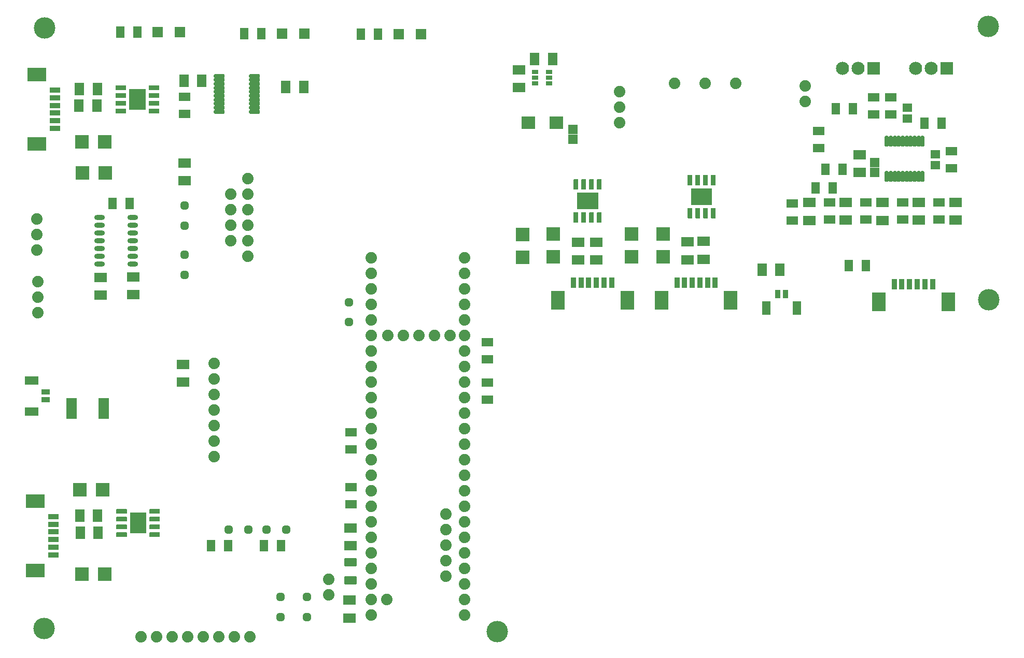
<source format=gts>
G04*
G04 #@! TF.GenerationSoftware,Altium Limited,Altium Designer,23.1.1 (15)*
G04*
G04 Layer_Color=8388736*
%FSLAX23Y23*%
%MOIN*%
G70*
G04*
G04 #@! TF.SameCoordinates,15EB6A63-CFD6-40EC-87C0-43203FAF91A2*
G04*
G04*
G04 #@! TF.FilePolarity,Negative*
G04*
G01*
G75*
%ADD27R,0.086X0.087*%
%ADD29R,0.040X0.028*%
%ADD32R,0.070X0.138*%
%ADD45R,0.087X0.086*%
%ADD46R,0.059X0.079*%
%ADD47R,0.079X0.059*%
%ADD48R,0.037X0.069*%
%ADD49R,0.089X0.124*%
%ADD50R,0.073X0.055*%
%ADD51R,0.055X0.073*%
%ADD52R,0.037X0.053*%
%ADD53R,0.057X0.091*%
G04:AMPARAMS|DCode=54|XSize=70mil|YSize=24mil|CornerRadius=6mil|HoleSize=0mil|Usage=FLASHONLY|Rotation=90.000|XOffset=0mil|YOffset=0mil|HoleType=Round|Shape=RoundedRectangle|*
%AMROUNDEDRECTD54*
21,1,0.070,0.012,0,0,90.0*
21,1,0.058,0.024,0,0,90.0*
1,1,0.012,0.006,0.029*
1,1,0.012,0.006,-0.029*
1,1,0.012,-0.006,-0.029*
1,1,0.012,-0.006,0.029*
%
%ADD54ROUNDEDRECTD54*%
G04:AMPARAMS|DCode=55|XSize=70mil|YSize=24mil|CornerRadius=6mil|HoleSize=0mil|Usage=FLASHONLY|Rotation=0.000|XOffset=0mil|YOffset=0mil|HoleType=Round|Shape=RoundedRectangle|*
%AMROUNDEDRECTD55*
21,1,0.070,0.012,0,0,0.0*
21,1,0.058,0.024,0,0,0.0*
1,1,0.012,0.029,-0.006*
1,1,0.012,-0.029,-0.006*
1,1,0.012,-0.029,0.006*
1,1,0.012,0.029,0.006*
%
%ADD55ROUNDEDRECTD55*%
G04:AMPARAMS|DCode=56|XSize=52mil|YSize=51mil|CornerRadius=15mil|HoleSize=0mil|Usage=FLASHONLY|Rotation=90.000|XOffset=0mil|YOffset=0mil|HoleType=Round|Shape=RoundedRectangle|*
%AMROUNDEDRECTD56*
21,1,0.052,0.021,0,0,90.0*
21,1,0.023,0.051,0,0,90.0*
1,1,0.029,0.011,0.011*
1,1,0.029,0.011,-0.011*
1,1,0.029,-0.011,-0.011*
1,1,0.029,-0.011,0.011*
%
%ADD56ROUNDEDRECTD56*%
%ADD57R,0.067X0.071*%
%ADD58R,0.053X0.037*%
%ADD59R,0.091X0.057*%
G04:AMPARAMS|DCode=60|XSize=55mil|YSize=80mil|CornerRadius=10mil|HoleSize=0mil|Usage=FLASHONLY|Rotation=90.000|XOffset=0mil|YOffset=0mil|HoleType=Round|Shape=RoundedRectangle|*
%AMROUNDEDRECTD60*
21,1,0.055,0.060,0,0,90.0*
21,1,0.035,0.080,0,0,90.0*
1,1,0.020,0.030,0.018*
1,1,0.020,0.030,-0.018*
1,1,0.020,-0.030,-0.018*
1,1,0.020,-0.030,0.018*
%
%ADD60ROUNDEDRECTD60*%
%ADD61R,0.061X0.053*%
%ADD62R,0.069X0.037*%
%ADD63R,0.124X0.089*%
%ADD64R,0.087X0.079*%
%ADD65R,0.063X0.059*%
%ADD66O,0.069X0.032*%
G04:AMPARAMS|DCode=67|XSize=52mil|YSize=51mil|CornerRadius=15mil|HoleSize=0mil|Usage=FLASHONLY|Rotation=180.000|XOffset=0mil|YOffset=0mil|HoleType=Round|Shape=RoundedRectangle|*
%AMROUNDEDRECTD67*
21,1,0.052,0.021,0,0,180.0*
21,1,0.023,0.051,0,0,180.0*
1,1,0.029,-0.011,0.011*
1,1,0.029,0.011,0.011*
1,1,0.029,0.011,-0.011*
1,1,0.029,-0.011,-0.011*
%
%ADD67ROUNDEDRECTD67*%
%ADD68C,0.074*%
%ADD69C,0.084*%
%ADD70R,0.084X0.084*%
%ADD71C,0.138*%
G36*
X898Y1021D02*
X898Y1021D01*
X898Y1021D01*
X898Y1021D01*
X898Y1021D01*
X898Y1022D01*
X898Y1022D01*
X898Y1022D01*
X898Y1022D01*
X897Y1022D01*
X897Y1022D01*
X897Y1022D01*
X897Y1022D01*
X897Y1022D01*
X897Y1022D01*
X897Y1022D01*
X897Y1022D01*
X897Y1022D01*
X897Y1022D01*
X897Y1022D01*
X897Y1023D01*
X897Y1023D01*
X897Y1023D01*
X897Y1023D01*
X896Y1023D01*
X896Y1023D01*
X896Y1023D01*
X896Y1023D01*
X896Y1023D01*
X896Y1023D01*
Y1049D01*
X896Y1049D01*
X896Y1049D01*
X896Y1049D01*
X896Y1049D01*
X896Y1049D01*
X897Y1049D01*
X897Y1049D01*
X897Y1049D01*
X897Y1049D01*
X897Y1050D01*
X897Y1050D01*
X897Y1050D01*
X897Y1050D01*
X897Y1050D01*
X897Y1050D01*
X897Y1050D01*
X897Y1050D01*
X897Y1050D01*
X897Y1050D01*
X897Y1050D01*
X898Y1050D01*
X898Y1050D01*
X898Y1050D01*
X898Y1050D01*
X898Y1051D01*
X898Y1051D01*
X898Y1051D01*
X898Y1051D01*
X898Y1051D01*
X898Y1051D01*
X961D01*
X961Y1051D01*
X961Y1051D01*
X961Y1051D01*
X961Y1051D01*
X962Y1051D01*
X962Y1050D01*
X962Y1050D01*
X962Y1050D01*
X962Y1050D01*
X962Y1050D01*
X962Y1050D01*
X962Y1050D01*
X962Y1050D01*
X962Y1050D01*
X962Y1050D01*
X962Y1050D01*
X963Y1050D01*
X963Y1050D01*
X963Y1050D01*
X963Y1050D01*
X963Y1049D01*
X963Y1049D01*
X963Y1049D01*
X963Y1049D01*
X963Y1049D01*
X963Y1049D01*
X963Y1049D01*
X963Y1049D01*
X963Y1049D01*
X963Y1049D01*
Y1023D01*
X963Y1023D01*
X963Y1023D01*
X963Y1023D01*
X963Y1023D01*
X963Y1023D01*
X963Y1023D01*
X963Y1023D01*
X963Y1023D01*
X963Y1023D01*
X963Y1022D01*
X963Y1022D01*
X963Y1022D01*
X963Y1022D01*
X962Y1022D01*
X962Y1022D01*
X962Y1022D01*
X962Y1022D01*
X962Y1022D01*
X962Y1022D01*
X962Y1022D01*
X962Y1022D01*
X962Y1022D01*
X962Y1022D01*
X962Y1022D01*
X962Y1021D01*
X961Y1021D01*
X961Y1021D01*
X961Y1021D01*
X961Y1021D01*
X961Y1021D01*
X898D01*
X898Y1021D01*
D02*
G37*
G36*
Y1071D02*
X898Y1071D01*
X898Y1071D01*
X898Y1071D01*
X898Y1071D01*
X898Y1072D01*
X898Y1072D01*
X898Y1072D01*
X898Y1072D01*
X897Y1072D01*
X897Y1072D01*
X897Y1072D01*
X897Y1072D01*
X897Y1072D01*
X897Y1072D01*
X897Y1072D01*
X897Y1072D01*
X897Y1072D01*
X897Y1072D01*
X897Y1072D01*
X897Y1073D01*
X897Y1073D01*
X897Y1073D01*
X897Y1073D01*
X896Y1073D01*
X896Y1073D01*
X896Y1073D01*
X896Y1073D01*
X896Y1073D01*
X896Y1073D01*
Y1099D01*
X896Y1099D01*
X896Y1099D01*
X896Y1099D01*
X896Y1099D01*
X896Y1099D01*
X897Y1099D01*
X897Y1099D01*
X897Y1099D01*
X897Y1099D01*
X897Y1100D01*
X897Y1100D01*
X897Y1100D01*
X897Y1100D01*
X897Y1100D01*
X897Y1100D01*
X897Y1100D01*
X897Y1100D01*
X897Y1100D01*
X897Y1100D01*
X897Y1100D01*
X898Y1100D01*
X898Y1100D01*
X898Y1100D01*
X898Y1100D01*
X898Y1100D01*
X898Y1101D01*
X898Y1101D01*
X898Y1101D01*
X898Y1101D01*
X898Y1101D01*
X961D01*
X961Y1101D01*
X961Y1101D01*
X961Y1101D01*
X961Y1101D01*
X962Y1100D01*
X962Y1100D01*
X962Y1100D01*
X962Y1100D01*
X962Y1100D01*
X962Y1100D01*
X962Y1100D01*
X962Y1100D01*
X962Y1100D01*
X962Y1100D01*
X962Y1100D01*
X962Y1100D01*
X963Y1100D01*
X963Y1100D01*
X963Y1100D01*
X963Y1100D01*
X963Y1099D01*
X963Y1099D01*
X963Y1099D01*
X963Y1099D01*
X963Y1099D01*
X963Y1099D01*
X963Y1099D01*
X963Y1099D01*
X963Y1099D01*
X963Y1099D01*
Y1073D01*
X963Y1073D01*
X963Y1073D01*
X963Y1073D01*
X963Y1073D01*
X963Y1073D01*
X963Y1073D01*
X963Y1073D01*
X963Y1073D01*
X963Y1073D01*
X963Y1072D01*
X963Y1072D01*
X963Y1072D01*
X963Y1072D01*
X962Y1072D01*
X962Y1072D01*
X962Y1072D01*
X962Y1072D01*
X962Y1072D01*
X962Y1072D01*
X962Y1072D01*
X962Y1072D01*
X962Y1072D01*
X962Y1072D01*
X962Y1072D01*
X962Y1071D01*
X961Y1071D01*
X961Y1071D01*
X961Y1071D01*
X961Y1071D01*
X961Y1071D01*
X898D01*
X898Y1071D01*
D02*
G37*
G36*
Y1121D02*
X898Y1121D01*
X898Y1121D01*
X898Y1121D01*
X898Y1122D01*
X898Y1122D01*
X898Y1122D01*
X898Y1122D01*
X898Y1122D01*
X897Y1122D01*
X897Y1122D01*
X897Y1122D01*
X897Y1122D01*
X897Y1122D01*
X897Y1122D01*
X897Y1122D01*
X897Y1122D01*
X897Y1122D01*
X897Y1122D01*
X897Y1122D01*
X897Y1123D01*
X897Y1123D01*
X897Y1123D01*
X897Y1123D01*
X896Y1123D01*
X896Y1123D01*
X896Y1123D01*
X896Y1123D01*
X896Y1123D01*
X896Y1123D01*
Y1149D01*
X896Y1149D01*
X896Y1149D01*
X896Y1149D01*
X896Y1149D01*
X896Y1149D01*
X897Y1149D01*
X897Y1149D01*
X897Y1149D01*
X897Y1149D01*
X897Y1150D01*
X897Y1150D01*
X897Y1150D01*
X897Y1150D01*
X897Y1150D01*
X897Y1150D01*
X897Y1150D01*
X897Y1150D01*
X897Y1150D01*
X897Y1150D01*
X897Y1150D01*
X898Y1150D01*
X898Y1150D01*
X898Y1150D01*
X898Y1150D01*
X898Y1151D01*
X898Y1151D01*
X898Y1151D01*
X898Y1151D01*
X898Y1151D01*
X898Y1151D01*
X961D01*
X961Y1151D01*
X961Y1151D01*
X961Y1151D01*
X961Y1151D01*
X962Y1151D01*
X962Y1150D01*
X962Y1150D01*
X962Y1150D01*
X962Y1150D01*
X962Y1150D01*
X962Y1150D01*
X962Y1150D01*
X962Y1150D01*
X962Y1150D01*
X962Y1150D01*
X962Y1150D01*
X963Y1150D01*
X963Y1150D01*
X963Y1150D01*
X963Y1150D01*
X963Y1149D01*
X963Y1149D01*
X963Y1149D01*
X963Y1149D01*
X963Y1149D01*
X963Y1149D01*
X963Y1149D01*
X963Y1149D01*
X963Y1149D01*
X963Y1149D01*
Y1123D01*
X963Y1123D01*
X963Y1123D01*
X963Y1123D01*
X963Y1123D01*
X963Y1123D01*
X963Y1123D01*
X963Y1123D01*
X963Y1123D01*
X963Y1123D01*
X963Y1122D01*
X963Y1122D01*
X963Y1122D01*
X963Y1122D01*
X962Y1122D01*
X962Y1122D01*
X962Y1122D01*
X962Y1122D01*
X962Y1122D01*
X962Y1122D01*
X962Y1122D01*
X962Y1122D01*
X962Y1122D01*
X962Y1122D01*
X962Y1122D01*
X962Y1122D01*
X961Y1121D01*
X961Y1121D01*
X961Y1121D01*
X961Y1121D01*
X961Y1121D01*
X898D01*
X898Y1121D01*
D02*
G37*
G36*
Y1171D02*
X898Y1171D01*
X898Y1171D01*
X898Y1171D01*
X898Y1171D01*
X898Y1172D01*
X898Y1172D01*
X898Y1172D01*
X898Y1172D01*
X897Y1172D01*
X897Y1172D01*
X897Y1172D01*
X897Y1172D01*
X897Y1172D01*
X897Y1172D01*
X897Y1172D01*
X897Y1172D01*
X897Y1172D01*
X897Y1172D01*
X897Y1172D01*
X897Y1173D01*
X897Y1173D01*
X897Y1173D01*
X897Y1173D01*
X896Y1173D01*
X896Y1173D01*
X896Y1173D01*
X896Y1173D01*
X896Y1173D01*
X896Y1173D01*
Y1199D01*
X896Y1199D01*
X896Y1199D01*
X896Y1199D01*
X896Y1199D01*
X896Y1199D01*
X897Y1199D01*
X897Y1199D01*
X897Y1199D01*
X897Y1199D01*
X897Y1200D01*
X897Y1200D01*
X897Y1200D01*
X897Y1200D01*
X897Y1200D01*
X897Y1200D01*
X897Y1200D01*
X897Y1200D01*
X897Y1200D01*
X897Y1200D01*
X897Y1200D01*
X898Y1200D01*
X898Y1200D01*
X898Y1200D01*
X898Y1200D01*
X898Y1201D01*
X898Y1201D01*
X898Y1201D01*
X898Y1201D01*
X898Y1201D01*
X898Y1201D01*
X961D01*
X961Y1201D01*
X961Y1201D01*
X961Y1201D01*
X961Y1201D01*
X962Y1201D01*
X962Y1200D01*
X962Y1200D01*
X962Y1200D01*
X962Y1200D01*
X962Y1200D01*
X962Y1200D01*
X962Y1200D01*
X962Y1200D01*
X962Y1200D01*
X962Y1200D01*
X962Y1200D01*
X963Y1200D01*
X963Y1200D01*
X963Y1200D01*
X963Y1200D01*
X963Y1199D01*
X963Y1199D01*
X963Y1199D01*
X963Y1199D01*
X963Y1199D01*
X963Y1199D01*
X963Y1199D01*
X963Y1199D01*
X963Y1199D01*
X963Y1199D01*
Y1173D01*
X963Y1173D01*
X963Y1173D01*
X963Y1173D01*
X963Y1173D01*
X963Y1173D01*
X963Y1173D01*
X963Y1173D01*
X963Y1173D01*
X963Y1173D01*
X963Y1172D01*
X963Y1172D01*
X963Y1172D01*
X963Y1172D01*
X962Y1172D01*
X962Y1172D01*
X962Y1172D01*
X962Y1172D01*
X962Y1172D01*
X962Y1172D01*
X962Y1172D01*
X962Y1172D01*
X962Y1172D01*
X962Y1172D01*
X962Y1172D01*
X962Y1171D01*
X961Y1171D01*
X961Y1171D01*
X961Y1171D01*
X961Y1171D01*
X961Y1171D01*
X898D01*
X898Y1171D01*
D02*
G37*
G36*
X1174Y1201D02*
X1174Y1201D01*
X1174Y1201D01*
X1174Y1201D01*
X1174Y1201D01*
X1174Y1200D01*
X1174Y1200D01*
X1174Y1200D01*
X1174Y1200D01*
X1175Y1200D01*
X1175Y1200D01*
X1175Y1200D01*
X1175Y1200D01*
X1175Y1200D01*
X1175Y1200D01*
X1175Y1200D01*
X1175Y1200D01*
X1175Y1200D01*
X1175Y1200D01*
X1175Y1200D01*
X1175Y1199D01*
X1175Y1199D01*
X1175Y1199D01*
X1175Y1199D01*
X1176Y1199D01*
X1176Y1199D01*
X1176Y1199D01*
X1176Y1199D01*
X1176Y1199D01*
X1176Y1199D01*
Y1173D01*
X1176Y1173D01*
X1176Y1173D01*
X1176Y1173D01*
X1176Y1173D01*
X1176Y1173D01*
X1175Y1173D01*
X1175Y1173D01*
X1175Y1173D01*
X1175Y1173D01*
X1175Y1172D01*
X1175Y1172D01*
X1175Y1172D01*
X1175Y1172D01*
X1175Y1172D01*
X1175Y1172D01*
X1175Y1172D01*
X1175Y1172D01*
X1175Y1172D01*
X1175Y1172D01*
X1175Y1172D01*
X1174Y1172D01*
X1174Y1172D01*
X1174Y1172D01*
X1174Y1172D01*
X1174Y1171D01*
X1174Y1171D01*
X1174Y1171D01*
X1174Y1171D01*
X1174Y1171D01*
X1174Y1171D01*
X1111D01*
X1111Y1171D01*
X1111Y1171D01*
X1111Y1171D01*
X1111Y1171D01*
X1110Y1171D01*
X1110Y1172D01*
X1110Y1172D01*
X1110Y1172D01*
X1110Y1172D01*
X1110Y1172D01*
X1110Y1172D01*
X1110Y1172D01*
X1110Y1172D01*
X1110Y1172D01*
X1110Y1172D01*
X1110Y1172D01*
X1109Y1172D01*
X1109Y1172D01*
X1109Y1172D01*
X1109Y1172D01*
X1109Y1173D01*
X1109Y1173D01*
X1109Y1173D01*
X1109Y1173D01*
X1109Y1173D01*
X1109Y1173D01*
X1109Y1173D01*
X1109Y1173D01*
X1109Y1173D01*
X1109Y1173D01*
Y1199D01*
X1109Y1199D01*
X1109Y1199D01*
X1109Y1199D01*
X1109Y1199D01*
X1109Y1199D01*
X1109Y1199D01*
X1109Y1199D01*
X1109Y1199D01*
X1109Y1199D01*
X1109Y1200D01*
X1109Y1200D01*
X1109Y1200D01*
X1109Y1200D01*
X1110Y1200D01*
X1110Y1200D01*
X1110Y1200D01*
X1110Y1200D01*
X1110Y1200D01*
X1110Y1200D01*
X1110Y1200D01*
X1110Y1200D01*
X1110Y1200D01*
X1110Y1200D01*
X1110Y1200D01*
X1110Y1201D01*
X1111Y1201D01*
X1111Y1201D01*
X1111Y1201D01*
X1111Y1201D01*
X1111Y1201D01*
X1174D01*
X1174Y1201D01*
D02*
G37*
G36*
Y1151D02*
X1174Y1151D01*
X1174Y1151D01*
X1174Y1151D01*
X1174Y1151D01*
X1174Y1150D01*
X1174Y1150D01*
X1174Y1150D01*
X1174Y1150D01*
X1175Y1150D01*
X1175Y1150D01*
X1175Y1150D01*
X1175Y1150D01*
X1175Y1150D01*
X1175Y1150D01*
X1175Y1150D01*
X1175Y1150D01*
X1175Y1150D01*
X1175Y1150D01*
X1175Y1150D01*
X1175Y1149D01*
X1175Y1149D01*
X1175Y1149D01*
X1175Y1149D01*
X1176Y1149D01*
X1176Y1149D01*
X1176Y1149D01*
X1176Y1149D01*
X1176Y1149D01*
X1176Y1149D01*
Y1123D01*
X1176Y1123D01*
X1176Y1123D01*
X1176Y1123D01*
X1176Y1123D01*
X1176Y1123D01*
X1175Y1123D01*
X1175Y1123D01*
X1175Y1123D01*
X1175Y1123D01*
X1175Y1122D01*
X1175Y1122D01*
X1175Y1122D01*
X1175Y1122D01*
X1175Y1122D01*
X1175Y1122D01*
X1175Y1122D01*
X1175Y1122D01*
X1175Y1122D01*
X1175Y1122D01*
X1175Y1122D01*
X1174Y1122D01*
X1174Y1122D01*
X1174Y1122D01*
X1174Y1122D01*
X1174Y1122D01*
X1174Y1121D01*
X1174Y1121D01*
X1174Y1121D01*
X1174Y1121D01*
X1174Y1121D01*
X1111D01*
X1111Y1121D01*
X1111Y1121D01*
X1111Y1121D01*
X1111Y1121D01*
X1110Y1122D01*
X1110Y1122D01*
X1110Y1122D01*
X1110Y1122D01*
X1110Y1122D01*
X1110Y1122D01*
X1110Y1122D01*
X1110Y1122D01*
X1110Y1122D01*
X1110Y1122D01*
X1110Y1122D01*
X1110Y1122D01*
X1109Y1122D01*
X1109Y1122D01*
X1109Y1122D01*
X1109Y1122D01*
X1109Y1123D01*
X1109Y1123D01*
X1109Y1123D01*
X1109Y1123D01*
X1109Y1123D01*
X1109Y1123D01*
X1109Y1123D01*
X1109Y1123D01*
X1109Y1123D01*
X1109Y1123D01*
Y1149D01*
X1109Y1149D01*
X1109Y1149D01*
X1109Y1149D01*
X1109Y1149D01*
X1109Y1149D01*
X1109Y1149D01*
X1109Y1149D01*
X1109Y1149D01*
X1109Y1149D01*
X1109Y1150D01*
X1109Y1150D01*
X1109Y1150D01*
X1109Y1150D01*
X1110Y1150D01*
X1110Y1150D01*
X1110Y1150D01*
X1110Y1150D01*
X1110Y1150D01*
X1110Y1150D01*
X1110Y1150D01*
X1110Y1150D01*
X1110Y1150D01*
X1110Y1150D01*
X1110Y1150D01*
X1110Y1151D01*
X1111Y1151D01*
X1111Y1151D01*
X1111Y1151D01*
X1111Y1151D01*
X1111Y1151D01*
X1174D01*
X1174Y1151D01*
D02*
G37*
G36*
Y1101D02*
X1174Y1101D01*
X1174Y1101D01*
X1174Y1101D01*
X1174Y1100D01*
X1174Y1100D01*
X1174Y1100D01*
X1174Y1100D01*
X1174Y1100D01*
X1175Y1100D01*
X1175Y1100D01*
X1175Y1100D01*
X1175Y1100D01*
X1175Y1100D01*
X1175Y1100D01*
X1175Y1100D01*
X1175Y1100D01*
X1175Y1100D01*
X1175Y1100D01*
X1175Y1100D01*
X1175Y1099D01*
X1175Y1099D01*
X1175Y1099D01*
X1175Y1099D01*
X1176Y1099D01*
X1176Y1099D01*
X1176Y1099D01*
X1176Y1099D01*
X1176Y1099D01*
X1176Y1099D01*
Y1073D01*
X1176Y1073D01*
X1176Y1073D01*
X1176Y1073D01*
X1176Y1073D01*
X1176Y1073D01*
X1175Y1073D01*
X1175Y1073D01*
X1175Y1073D01*
X1175Y1073D01*
X1175Y1072D01*
X1175Y1072D01*
X1175Y1072D01*
X1175Y1072D01*
X1175Y1072D01*
X1175Y1072D01*
X1175Y1072D01*
X1175Y1072D01*
X1175Y1072D01*
X1175Y1072D01*
X1175Y1072D01*
X1174Y1072D01*
X1174Y1072D01*
X1174Y1072D01*
X1174Y1072D01*
X1174Y1071D01*
X1174Y1071D01*
X1174Y1071D01*
X1174Y1071D01*
X1174Y1071D01*
X1174Y1071D01*
X1111D01*
X1111Y1071D01*
X1111Y1071D01*
X1111Y1071D01*
X1111Y1071D01*
X1110Y1071D01*
X1110Y1072D01*
X1110Y1072D01*
X1110Y1072D01*
X1110Y1072D01*
X1110Y1072D01*
X1110Y1072D01*
X1110Y1072D01*
X1110Y1072D01*
X1110Y1072D01*
X1110Y1072D01*
X1110Y1072D01*
X1109Y1072D01*
X1109Y1072D01*
X1109Y1072D01*
X1109Y1072D01*
X1109Y1073D01*
X1109Y1073D01*
X1109Y1073D01*
X1109Y1073D01*
X1109Y1073D01*
X1109Y1073D01*
X1109Y1073D01*
X1109Y1073D01*
X1109Y1073D01*
X1109Y1073D01*
Y1099D01*
X1109Y1099D01*
X1109Y1099D01*
X1109Y1099D01*
X1109Y1099D01*
X1109Y1099D01*
X1109Y1099D01*
X1109Y1099D01*
X1109Y1099D01*
X1109Y1099D01*
X1109Y1100D01*
X1109Y1100D01*
X1109Y1100D01*
X1109Y1100D01*
X1110Y1100D01*
X1110Y1100D01*
X1110Y1100D01*
X1110Y1100D01*
X1110Y1100D01*
X1110Y1100D01*
X1110Y1100D01*
X1110Y1100D01*
X1110Y1100D01*
X1110Y1100D01*
X1110Y1100D01*
X1110Y1100D01*
X1111Y1101D01*
X1111Y1101D01*
X1111Y1101D01*
X1111Y1101D01*
X1111Y1101D01*
X1174D01*
X1174Y1101D01*
D02*
G37*
G36*
X1089Y1044D02*
X983D01*
Y1178D01*
X1089D01*
Y1044D01*
D02*
G37*
G36*
X1174Y1051D02*
X1174Y1051D01*
X1174Y1051D01*
X1174Y1051D01*
X1174Y1051D01*
X1174Y1050D01*
X1174Y1050D01*
X1174Y1050D01*
X1174Y1050D01*
X1175Y1050D01*
X1175Y1050D01*
X1175Y1050D01*
X1175Y1050D01*
X1175Y1050D01*
X1175Y1050D01*
X1175Y1050D01*
X1175Y1050D01*
X1175Y1050D01*
X1175Y1050D01*
X1175Y1050D01*
X1175Y1049D01*
X1175Y1049D01*
X1175Y1049D01*
X1175Y1049D01*
X1176Y1049D01*
X1176Y1049D01*
X1176Y1049D01*
X1176Y1049D01*
X1176Y1049D01*
X1176Y1049D01*
Y1023D01*
X1176Y1023D01*
X1176Y1023D01*
X1176Y1023D01*
X1176Y1023D01*
X1176Y1023D01*
X1175Y1023D01*
X1175Y1023D01*
X1175Y1023D01*
X1175Y1023D01*
X1175Y1022D01*
X1175Y1022D01*
X1175Y1022D01*
X1175Y1022D01*
X1175Y1022D01*
X1175Y1022D01*
X1175Y1022D01*
X1175Y1022D01*
X1175Y1022D01*
X1175Y1022D01*
X1175Y1022D01*
X1174Y1022D01*
X1174Y1022D01*
X1174Y1022D01*
X1174Y1022D01*
X1174Y1021D01*
X1174Y1021D01*
X1174Y1021D01*
X1174Y1021D01*
X1174Y1021D01*
X1174Y1021D01*
X1111D01*
X1111Y1021D01*
X1111Y1021D01*
X1111Y1021D01*
X1111Y1021D01*
X1110Y1021D01*
X1110Y1022D01*
X1110Y1022D01*
X1110Y1022D01*
X1110Y1022D01*
X1110Y1022D01*
X1110Y1022D01*
X1110Y1022D01*
X1110Y1022D01*
X1110Y1022D01*
X1110Y1022D01*
X1110Y1022D01*
X1109Y1022D01*
X1109Y1022D01*
X1109Y1022D01*
X1109Y1022D01*
X1109Y1023D01*
X1109Y1023D01*
X1109Y1023D01*
X1109Y1023D01*
X1109Y1023D01*
X1109Y1023D01*
X1109Y1023D01*
X1109Y1023D01*
X1109Y1023D01*
X1109Y1023D01*
Y1049D01*
X1109Y1049D01*
X1109Y1049D01*
X1109Y1049D01*
X1109Y1049D01*
X1109Y1049D01*
X1109Y1049D01*
X1109Y1049D01*
X1109Y1049D01*
X1109Y1049D01*
X1109Y1050D01*
X1109Y1050D01*
X1109Y1050D01*
X1109Y1050D01*
X1110Y1050D01*
X1110Y1050D01*
X1110Y1050D01*
X1110Y1050D01*
X1110Y1050D01*
X1110Y1050D01*
X1110Y1050D01*
X1110Y1050D01*
X1110Y1050D01*
X1110Y1050D01*
X1110Y1050D01*
X1110Y1051D01*
X1111Y1051D01*
X1111Y1051D01*
X1111Y1051D01*
X1111Y1051D01*
X1111Y1051D01*
X1174D01*
X1174Y1051D01*
D02*
G37*
G36*
X956Y3929D02*
X956Y3929D01*
X956Y3929D01*
X956Y3929D01*
X956Y3928D01*
X956Y3928D01*
X956Y3928D01*
X957Y3928D01*
X957Y3928D01*
X957Y3928D01*
X957Y3928D01*
X957Y3928D01*
X957Y3928D01*
X957Y3928D01*
X957Y3928D01*
X957Y3928D01*
X957Y3928D01*
X957Y3928D01*
X957Y3928D01*
X957Y3928D01*
X957Y3927D01*
X957Y3927D01*
X958Y3927D01*
X958Y3927D01*
X958Y3927D01*
X958Y3927D01*
X958Y3927D01*
X958Y3927D01*
X958Y3927D01*
X958Y3927D01*
Y3901D01*
X958Y3901D01*
X958Y3901D01*
X958Y3901D01*
X958Y3901D01*
X958Y3901D01*
X958Y3901D01*
X958Y3901D01*
X957Y3901D01*
X957Y3901D01*
X957Y3900D01*
X957Y3900D01*
X957Y3900D01*
X957Y3900D01*
X957Y3900D01*
X957Y3900D01*
X957Y3900D01*
X957Y3900D01*
X957Y3900D01*
X957Y3900D01*
X957Y3900D01*
X957Y3900D01*
X957Y3900D01*
X956Y3900D01*
X956Y3900D01*
X956Y3899D01*
X956Y3899D01*
X956Y3899D01*
X956Y3899D01*
X956Y3899D01*
X956Y3899D01*
X893D01*
X893Y3899D01*
X893Y3899D01*
X893Y3899D01*
X893Y3899D01*
X893Y3899D01*
X892Y3900D01*
X892Y3900D01*
X892Y3900D01*
X892Y3900D01*
X892Y3900D01*
X892Y3900D01*
X892Y3900D01*
X892Y3900D01*
X892Y3900D01*
X892Y3900D01*
X892Y3900D01*
X892Y3900D01*
X892Y3900D01*
X891Y3900D01*
X891Y3900D01*
X891Y3901D01*
X891Y3901D01*
X891Y3901D01*
X891Y3901D01*
X891Y3901D01*
X891Y3901D01*
X891Y3901D01*
X891Y3901D01*
X891Y3901D01*
X891Y3901D01*
Y3927D01*
X891Y3927D01*
X891Y3927D01*
X891Y3927D01*
X891Y3927D01*
X891Y3927D01*
X891Y3927D01*
X891Y3927D01*
X891Y3927D01*
X891Y3927D01*
X891Y3928D01*
X891Y3928D01*
X892Y3928D01*
X892Y3928D01*
X892Y3928D01*
X892Y3928D01*
X892Y3928D01*
X892Y3928D01*
X892Y3928D01*
X892Y3928D01*
X892Y3928D01*
X892Y3928D01*
X892Y3928D01*
X892Y3928D01*
X892Y3928D01*
X893Y3928D01*
X893Y3929D01*
X893Y3929D01*
X893Y3929D01*
X893Y3929D01*
X893Y3929D01*
X956D01*
X956Y3929D01*
D02*
G37*
G36*
Y3879D02*
X956Y3879D01*
X956Y3879D01*
X956Y3879D01*
X956Y3878D01*
X956Y3878D01*
X956Y3878D01*
X957Y3878D01*
X957Y3878D01*
X957Y3878D01*
X957Y3878D01*
X957Y3878D01*
X957Y3878D01*
X957Y3878D01*
X957Y3878D01*
X957Y3878D01*
X957Y3878D01*
X957Y3878D01*
X957Y3878D01*
X957Y3878D01*
X957Y3877D01*
X957Y3877D01*
X958Y3877D01*
X958Y3877D01*
X958Y3877D01*
X958Y3877D01*
X958Y3877D01*
X958Y3877D01*
X958Y3877D01*
X958Y3877D01*
Y3851D01*
X958Y3851D01*
X958Y3851D01*
X958Y3851D01*
X958Y3851D01*
X958Y3851D01*
X958Y3851D01*
X958Y3851D01*
X957Y3851D01*
X957Y3851D01*
X957Y3850D01*
X957Y3850D01*
X957Y3850D01*
X957Y3850D01*
X957Y3850D01*
X957Y3850D01*
X957Y3850D01*
X957Y3850D01*
X957Y3850D01*
X957Y3850D01*
X957Y3850D01*
X957Y3850D01*
X957Y3850D01*
X956Y3850D01*
X956Y3850D01*
X956Y3849D01*
X956Y3849D01*
X956Y3849D01*
X956Y3849D01*
X956Y3849D01*
X956Y3849D01*
X893D01*
X893Y3849D01*
X893Y3849D01*
X893Y3849D01*
X893Y3849D01*
X893Y3849D01*
X892Y3850D01*
X892Y3850D01*
X892Y3850D01*
X892Y3850D01*
X892Y3850D01*
X892Y3850D01*
X892Y3850D01*
X892Y3850D01*
X892Y3850D01*
X892Y3850D01*
X892Y3850D01*
X892Y3850D01*
X892Y3850D01*
X891Y3850D01*
X891Y3850D01*
X891Y3851D01*
X891Y3851D01*
X891Y3851D01*
X891Y3851D01*
X891Y3851D01*
X891Y3851D01*
X891Y3851D01*
X891Y3851D01*
X891Y3851D01*
X891Y3851D01*
Y3877D01*
X891Y3877D01*
X891Y3877D01*
X891Y3877D01*
X891Y3877D01*
X891Y3877D01*
X891Y3877D01*
X891Y3877D01*
X891Y3877D01*
X891Y3877D01*
X891Y3878D01*
X891Y3878D01*
X892Y3878D01*
X892Y3878D01*
X892Y3878D01*
X892Y3878D01*
X892Y3878D01*
X892Y3878D01*
X892Y3878D01*
X892Y3878D01*
X892Y3878D01*
X892Y3878D01*
X892Y3878D01*
X892Y3878D01*
X892Y3878D01*
X893Y3878D01*
X893Y3879D01*
X893Y3879D01*
X893Y3879D01*
X893Y3879D01*
X893Y3879D01*
X956D01*
X956Y3879D01*
D02*
G37*
G36*
Y3829D02*
X956Y3829D01*
X956Y3829D01*
X956Y3829D01*
X956Y3829D01*
X956Y3828D01*
X956Y3828D01*
X957Y3828D01*
X957Y3828D01*
X957Y3828D01*
X957Y3828D01*
X957Y3828D01*
X957Y3828D01*
X957Y3828D01*
X957Y3828D01*
X957Y3828D01*
X957Y3828D01*
X957Y3828D01*
X957Y3828D01*
X957Y3828D01*
X957Y3827D01*
X957Y3827D01*
X958Y3827D01*
X958Y3827D01*
X958Y3827D01*
X958Y3827D01*
X958Y3827D01*
X958Y3827D01*
X958Y3827D01*
X958Y3827D01*
Y3801D01*
X958Y3801D01*
X958Y3801D01*
X958Y3801D01*
X958Y3801D01*
X958Y3801D01*
X958Y3801D01*
X958Y3801D01*
X957Y3801D01*
X957Y3801D01*
X957Y3800D01*
X957Y3800D01*
X957Y3800D01*
X957Y3800D01*
X957Y3800D01*
X957Y3800D01*
X957Y3800D01*
X957Y3800D01*
X957Y3800D01*
X957Y3800D01*
X957Y3800D01*
X957Y3800D01*
X957Y3800D01*
X956Y3800D01*
X956Y3800D01*
X956Y3799D01*
X956Y3799D01*
X956Y3799D01*
X956Y3799D01*
X956Y3799D01*
X956Y3799D01*
X893D01*
X893Y3799D01*
X893Y3799D01*
X893Y3799D01*
X893Y3799D01*
X893Y3799D01*
X892Y3800D01*
X892Y3800D01*
X892Y3800D01*
X892Y3800D01*
X892Y3800D01*
X892Y3800D01*
X892Y3800D01*
X892Y3800D01*
X892Y3800D01*
X892Y3800D01*
X892Y3800D01*
X892Y3800D01*
X892Y3800D01*
X891Y3800D01*
X891Y3800D01*
X891Y3801D01*
X891Y3801D01*
X891Y3801D01*
X891Y3801D01*
X891Y3801D01*
X891Y3801D01*
X891Y3801D01*
X891Y3801D01*
X891Y3801D01*
X891Y3801D01*
Y3827D01*
X891Y3827D01*
X891Y3827D01*
X891Y3827D01*
X891Y3827D01*
X891Y3827D01*
X891Y3827D01*
X891Y3827D01*
X891Y3827D01*
X891Y3827D01*
X891Y3828D01*
X891Y3828D01*
X892Y3828D01*
X892Y3828D01*
X892Y3828D01*
X892Y3828D01*
X892Y3828D01*
X892Y3828D01*
X892Y3828D01*
X892Y3828D01*
X892Y3828D01*
X892Y3828D01*
X892Y3828D01*
X892Y3828D01*
X892Y3828D01*
X893Y3829D01*
X893Y3829D01*
X893Y3829D01*
X893Y3829D01*
X893Y3829D01*
X893Y3829D01*
X956D01*
X956Y3829D01*
D02*
G37*
G36*
X1084Y3772D02*
X977D01*
Y3906D01*
X1084D01*
Y3772D01*
D02*
G37*
G36*
X956Y3779D02*
X956Y3779D01*
X956Y3779D01*
X956Y3779D01*
X956Y3779D01*
X956Y3778D01*
X956Y3778D01*
X957Y3778D01*
X957Y3778D01*
X957Y3778D01*
X957Y3778D01*
X957Y3778D01*
X957Y3778D01*
X957Y3778D01*
X957Y3778D01*
X957Y3778D01*
X957Y3778D01*
X957Y3778D01*
X957Y3778D01*
X957Y3778D01*
X957Y3777D01*
X957Y3777D01*
X958Y3777D01*
X958Y3777D01*
X958Y3777D01*
X958Y3777D01*
X958Y3777D01*
X958Y3777D01*
X958Y3777D01*
X958Y3777D01*
Y3751D01*
X958Y3751D01*
X958Y3751D01*
X958Y3751D01*
X958Y3751D01*
X958Y3751D01*
X958Y3751D01*
X958Y3751D01*
X957Y3751D01*
X957Y3751D01*
X957Y3750D01*
X957Y3750D01*
X957Y3750D01*
X957Y3750D01*
X957Y3750D01*
X957Y3750D01*
X957Y3750D01*
X957Y3750D01*
X957Y3750D01*
X957Y3750D01*
X957Y3750D01*
X957Y3750D01*
X957Y3750D01*
X956Y3750D01*
X956Y3750D01*
X956Y3750D01*
X956Y3749D01*
X956Y3749D01*
X956Y3749D01*
X956Y3749D01*
X956Y3749D01*
X893D01*
X893Y3749D01*
X893Y3749D01*
X893Y3749D01*
X893Y3749D01*
X893Y3750D01*
X892Y3750D01*
X892Y3750D01*
X892Y3750D01*
X892Y3750D01*
X892Y3750D01*
X892Y3750D01*
X892Y3750D01*
X892Y3750D01*
X892Y3750D01*
X892Y3750D01*
X892Y3750D01*
X892Y3750D01*
X892Y3750D01*
X891Y3750D01*
X891Y3750D01*
X891Y3751D01*
X891Y3751D01*
X891Y3751D01*
X891Y3751D01*
X891Y3751D01*
X891Y3751D01*
X891Y3751D01*
X891Y3751D01*
X891Y3751D01*
X891Y3751D01*
Y3777D01*
X891Y3777D01*
X891Y3777D01*
X891Y3777D01*
X891Y3777D01*
X891Y3777D01*
X891Y3777D01*
X891Y3777D01*
X891Y3777D01*
X891Y3777D01*
X891Y3778D01*
X891Y3778D01*
X892Y3778D01*
X892Y3778D01*
X892Y3778D01*
X892Y3778D01*
X892Y3778D01*
X892Y3778D01*
X892Y3778D01*
X892Y3778D01*
X892Y3778D01*
X892Y3778D01*
X892Y3778D01*
X892Y3778D01*
X892Y3778D01*
X893Y3779D01*
X893Y3779D01*
X893Y3779D01*
X893Y3779D01*
X893Y3779D01*
X893Y3779D01*
X956D01*
X956Y3779D01*
D02*
G37*
G36*
X1106Y3749D02*
X1105Y3749D01*
X1105Y3749D01*
X1105Y3749D01*
X1105Y3750D01*
X1105Y3750D01*
X1105Y3750D01*
X1105Y3750D01*
X1105Y3750D01*
X1105Y3750D01*
X1105Y3750D01*
X1105Y3750D01*
X1104Y3750D01*
X1104Y3750D01*
X1104Y3750D01*
X1104Y3750D01*
X1104Y3750D01*
X1104Y3750D01*
X1104Y3750D01*
X1104Y3750D01*
X1104Y3751D01*
X1104Y3751D01*
X1104Y3751D01*
X1104Y3751D01*
X1104Y3751D01*
X1104Y3751D01*
X1104Y3751D01*
X1104Y3751D01*
X1104Y3751D01*
X1104Y3751D01*
Y3777D01*
X1104Y3777D01*
X1104Y3777D01*
X1104Y3777D01*
X1104Y3777D01*
X1104Y3777D01*
X1104Y3777D01*
X1104Y3777D01*
X1104Y3777D01*
X1104Y3777D01*
X1104Y3778D01*
X1104Y3778D01*
X1104Y3778D01*
X1104Y3778D01*
X1104Y3778D01*
X1104Y3778D01*
X1104Y3778D01*
X1104Y3778D01*
X1105Y3778D01*
X1105Y3778D01*
X1105Y3778D01*
X1105Y3778D01*
X1105Y3778D01*
X1105Y3778D01*
X1105Y3778D01*
X1105Y3779D01*
X1105Y3779D01*
X1105Y3779D01*
X1105Y3779D01*
X1106Y3779D01*
X1106Y3779D01*
X1168D01*
X1168Y3779D01*
X1169Y3779D01*
X1169Y3779D01*
X1169Y3779D01*
X1169Y3779D01*
X1169Y3778D01*
X1169Y3778D01*
X1169Y3778D01*
X1169Y3778D01*
X1169Y3778D01*
X1169Y3778D01*
X1169Y3778D01*
X1170Y3778D01*
X1170Y3778D01*
X1170Y3778D01*
X1170Y3778D01*
X1170Y3778D01*
X1170Y3778D01*
X1170Y3778D01*
X1170Y3778D01*
X1170Y3777D01*
X1170Y3777D01*
X1170Y3777D01*
X1170Y3777D01*
X1170Y3777D01*
X1170Y3777D01*
X1170Y3777D01*
X1170Y3777D01*
X1170Y3777D01*
X1170Y3777D01*
Y3751D01*
X1170Y3751D01*
X1170Y3751D01*
X1170Y3751D01*
X1170Y3751D01*
X1170Y3751D01*
X1170Y3751D01*
X1170Y3751D01*
X1170Y3751D01*
X1170Y3751D01*
X1170Y3750D01*
X1170Y3750D01*
X1170Y3750D01*
X1170Y3750D01*
X1170Y3750D01*
X1170Y3750D01*
X1170Y3750D01*
X1170Y3750D01*
X1169Y3750D01*
X1169Y3750D01*
X1169Y3750D01*
X1169Y3750D01*
X1169Y3750D01*
X1169Y3750D01*
X1169Y3750D01*
X1169Y3750D01*
X1169Y3749D01*
X1169Y3749D01*
X1169Y3749D01*
X1168Y3749D01*
X1168Y3749D01*
X1106D01*
X1106Y3749D01*
D02*
G37*
G36*
Y3799D02*
X1105Y3799D01*
X1105Y3799D01*
X1105Y3799D01*
X1105Y3799D01*
X1105Y3800D01*
X1105Y3800D01*
X1105Y3800D01*
X1105Y3800D01*
X1105Y3800D01*
X1105Y3800D01*
X1105Y3800D01*
X1104Y3800D01*
X1104Y3800D01*
X1104Y3800D01*
X1104Y3800D01*
X1104Y3800D01*
X1104Y3800D01*
X1104Y3800D01*
X1104Y3800D01*
X1104Y3801D01*
X1104Y3801D01*
X1104Y3801D01*
X1104Y3801D01*
X1104Y3801D01*
X1104Y3801D01*
X1104Y3801D01*
X1104Y3801D01*
X1104Y3801D01*
X1104Y3801D01*
Y3827D01*
X1104Y3827D01*
X1104Y3827D01*
X1104Y3827D01*
X1104Y3827D01*
X1104Y3827D01*
X1104Y3827D01*
X1104Y3827D01*
X1104Y3827D01*
X1104Y3827D01*
X1104Y3828D01*
X1104Y3828D01*
X1104Y3828D01*
X1104Y3828D01*
X1104Y3828D01*
X1104Y3828D01*
X1104Y3828D01*
X1104Y3828D01*
X1105Y3828D01*
X1105Y3828D01*
X1105Y3828D01*
X1105Y3828D01*
X1105Y3828D01*
X1105Y3828D01*
X1105Y3828D01*
X1105Y3829D01*
X1105Y3829D01*
X1105Y3829D01*
X1105Y3829D01*
X1106Y3829D01*
X1106Y3829D01*
X1168D01*
X1168Y3829D01*
X1169Y3829D01*
X1169Y3829D01*
X1169Y3829D01*
X1169Y3829D01*
X1169Y3828D01*
X1169Y3828D01*
X1169Y3828D01*
X1169Y3828D01*
X1169Y3828D01*
X1169Y3828D01*
X1169Y3828D01*
X1170Y3828D01*
X1170Y3828D01*
X1170Y3828D01*
X1170Y3828D01*
X1170Y3828D01*
X1170Y3828D01*
X1170Y3828D01*
X1170Y3828D01*
X1170Y3827D01*
X1170Y3827D01*
X1170Y3827D01*
X1170Y3827D01*
X1170Y3827D01*
X1170Y3827D01*
X1170Y3827D01*
X1170Y3827D01*
X1170Y3827D01*
X1170Y3827D01*
Y3801D01*
X1170Y3801D01*
X1170Y3801D01*
X1170Y3801D01*
X1170Y3801D01*
X1170Y3801D01*
X1170Y3801D01*
X1170Y3801D01*
X1170Y3801D01*
X1170Y3801D01*
X1170Y3800D01*
X1170Y3800D01*
X1170Y3800D01*
X1170Y3800D01*
X1170Y3800D01*
X1170Y3800D01*
X1170Y3800D01*
X1170Y3800D01*
X1169Y3800D01*
X1169Y3800D01*
X1169Y3800D01*
X1169Y3800D01*
X1169Y3800D01*
X1169Y3800D01*
X1169Y3800D01*
X1169Y3799D01*
X1169Y3799D01*
X1169Y3799D01*
X1169Y3799D01*
X1168Y3799D01*
X1168Y3799D01*
X1106D01*
X1106Y3799D01*
D02*
G37*
G36*
Y3849D02*
X1105Y3849D01*
X1105Y3849D01*
X1105Y3849D01*
X1105Y3849D01*
X1105Y3850D01*
X1105Y3850D01*
X1105Y3850D01*
X1105Y3850D01*
X1105Y3850D01*
X1105Y3850D01*
X1105Y3850D01*
X1104Y3850D01*
X1104Y3850D01*
X1104Y3850D01*
X1104Y3850D01*
X1104Y3850D01*
X1104Y3850D01*
X1104Y3850D01*
X1104Y3850D01*
X1104Y3851D01*
X1104Y3851D01*
X1104Y3851D01*
X1104Y3851D01*
X1104Y3851D01*
X1104Y3851D01*
X1104Y3851D01*
X1104Y3851D01*
X1104Y3851D01*
X1104Y3851D01*
Y3877D01*
X1104Y3877D01*
X1104Y3877D01*
X1104Y3877D01*
X1104Y3877D01*
X1104Y3877D01*
X1104Y3877D01*
X1104Y3877D01*
X1104Y3877D01*
X1104Y3877D01*
X1104Y3878D01*
X1104Y3878D01*
X1104Y3878D01*
X1104Y3878D01*
X1104Y3878D01*
X1104Y3878D01*
X1104Y3878D01*
X1104Y3878D01*
X1105Y3878D01*
X1105Y3878D01*
X1105Y3878D01*
X1105Y3878D01*
X1105Y3878D01*
X1105Y3878D01*
X1105Y3878D01*
X1105Y3878D01*
X1105Y3879D01*
X1105Y3879D01*
X1105Y3879D01*
X1106Y3879D01*
X1106Y3879D01*
X1168D01*
X1168Y3879D01*
X1169Y3879D01*
X1169Y3879D01*
X1169Y3879D01*
X1169Y3878D01*
X1169Y3878D01*
X1169Y3878D01*
X1169Y3878D01*
X1169Y3878D01*
X1169Y3878D01*
X1169Y3878D01*
X1169Y3878D01*
X1170Y3878D01*
X1170Y3878D01*
X1170Y3878D01*
X1170Y3878D01*
X1170Y3878D01*
X1170Y3878D01*
X1170Y3878D01*
X1170Y3878D01*
X1170Y3877D01*
X1170Y3877D01*
X1170Y3877D01*
X1170Y3877D01*
X1170Y3877D01*
X1170Y3877D01*
X1170Y3877D01*
X1170Y3877D01*
X1170Y3877D01*
X1170Y3877D01*
Y3851D01*
X1170Y3851D01*
X1170Y3851D01*
X1170Y3851D01*
X1170Y3851D01*
X1170Y3851D01*
X1170Y3851D01*
X1170Y3851D01*
X1170Y3851D01*
X1170Y3851D01*
X1170Y3850D01*
X1170Y3850D01*
X1170Y3850D01*
X1170Y3850D01*
X1170Y3850D01*
X1170Y3850D01*
X1170Y3850D01*
X1170Y3850D01*
X1169Y3850D01*
X1169Y3850D01*
X1169Y3850D01*
X1169Y3850D01*
X1169Y3850D01*
X1169Y3850D01*
X1169Y3850D01*
X1169Y3849D01*
X1169Y3849D01*
X1169Y3849D01*
X1169Y3849D01*
X1168Y3849D01*
X1168Y3849D01*
X1106D01*
X1106Y3849D01*
D02*
G37*
G36*
Y3899D02*
X1105Y3899D01*
X1105Y3899D01*
X1105Y3899D01*
X1105Y3899D01*
X1105Y3900D01*
X1105Y3900D01*
X1105Y3900D01*
X1105Y3900D01*
X1105Y3900D01*
X1105Y3900D01*
X1105Y3900D01*
X1104Y3900D01*
X1104Y3900D01*
X1104Y3900D01*
X1104Y3900D01*
X1104Y3900D01*
X1104Y3900D01*
X1104Y3900D01*
X1104Y3900D01*
X1104Y3901D01*
X1104Y3901D01*
X1104Y3901D01*
X1104Y3901D01*
X1104Y3901D01*
X1104Y3901D01*
X1104Y3901D01*
X1104Y3901D01*
X1104Y3901D01*
X1104Y3901D01*
Y3927D01*
X1104Y3927D01*
X1104Y3927D01*
X1104Y3927D01*
X1104Y3927D01*
X1104Y3927D01*
X1104Y3927D01*
X1104Y3927D01*
X1104Y3927D01*
X1104Y3927D01*
X1104Y3928D01*
X1104Y3928D01*
X1104Y3928D01*
X1104Y3928D01*
X1104Y3928D01*
X1104Y3928D01*
X1104Y3928D01*
X1104Y3928D01*
X1105Y3928D01*
X1105Y3928D01*
X1105Y3928D01*
X1105Y3928D01*
X1105Y3928D01*
X1105Y3928D01*
X1105Y3928D01*
X1105Y3928D01*
X1105Y3929D01*
X1105Y3929D01*
X1105Y3929D01*
X1106Y3929D01*
X1106Y3929D01*
X1168D01*
X1168Y3929D01*
X1169Y3929D01*
X1169Y3929D01*
X1169Y3929D01*
X1169Y3928D01*
X1169Y3928D01*
X1169Y3928D01*
X1169Y3928D01*
X1169Y3928D01*
X1169Y3928D01*
X1169Y3928D01*
X1169Y3928D01*
X1170Y3928D01*
X1170Y3928D01*
X1170Y3928D01*
X1170Y3928D01*
X1170Y3928D01*
X1170Y3928D01*
X1170Y3928D01*
X1170Y3928D01*
X1170Y3927D01*
X1170Y3927D01*
X1170Y3927D01*
X1170Y3927D01*
X1170Y3927D01*
X1170Y3927D01*
X1170Y3927D01*
X1170Y3927D01*
X1170Y3927D01*
X1170Y3927D01*
Y3901D01*
X1170Y3901D01*
X1170Y3901D01*
X1170Y3901D01*
X1170Y3901D01*
X1170Y3901D01*
X1170Y3901D01*
X1170Y3901D01*
X1170Y3901D01*
X1170Y3901D01*
X1170Y3900D01*
X1170Y3900D01*
X1170Y3900D01*
X1170Y3900D01*
X1170Y3900D01*
X1170Y3900D01*
X1170Y3900D01*
X1170Y3900D01*
X1169Y3900D01*
X1169Y3900D01*
X1169Y3900D01*
X1169Y3900D01*
X1169Y3900D01*
X1169Y3900D01*
X1169Y3900D01*
X1169Y3899D01*
X1169Y3899D01*
X1169Y3899D01*
X1169Y3899D01*
X1168Y3899D01*
X1168Y3899D01*
X1106D01*
X1106Y3899D01*
D02*
G37*
G36*
X3993Y3132D02*
X3859D01*
Y3238D01*
X3993D01*
Y3132D01*
D02*
G37*
G36*
X4014Y3112D02*
X4014Y3112D01*
X4014Y3112D01*
X4014Y3112D01*
X4014Y3112D01*
X4014Y3112D01*
X4014Y3112D01*
X4014Y3112D01*
X4014Y3112D01*
X4015Y3112D01*
X4015Y3112D01*
X4015Y3112D01*
X4015Y3112D01*
X4015Y3111D01*
X4015Y3111D01*
X4015Y3111D01*
X4015Y3111D01*
X4015Y3111D01*
X4015Y3111D01*
X4015Y3111D01*
X4015Y3111D01*
X4015Y3111D01*
X4015Y3111D01*
X4015Y3111D01*
X4016Y3111D01*
X4016Y3110D01*
X4016Y3110D01*
X4016Y3110D01*
X4016Y3110D01*
X4016Y3110D01*
Y3047D01*
X4016Y3047D01*
X4016Y3047D01*
X4016Y3047D01*
X4016Y3047D01*
X4016Y3047D01*
X4015Y3047D01*
X4015Y3047D01*
X4015Y3047D01*
X4015Y3047D01*
X4015Y3046D01*
X4015Y3046D01*
X4015Y3046D01*
X4015Y3046D01*
X4015Y3046D01*
X4015Y3046D01*
X4015Y3046D01*
X4015Y3046D01*
X4015Y3046D01*
X4015Y3046D01*
X4015Y3046D01*
X4014Y3046D01*
X4014Y3046D01*
X4014Y3046D01*
X4014Y3046D01*
X4014Y3046D01*
X4014Y3045D01*
X4014Y3045D01*
X4014Y3045D01*
X4014Y3045D01*
X4014Y3045D01*
X3988D01*
X3988Y3045D01*
X3988Y3045D01*
X3988Y3045D01*
X3988Y3045D01*
X3988Y3046D01*
X3988Y3046D01*
X3988Y3046D01*
X3988Y3046D01*
X3988Y3046D01*
X3987Y3046D01*
X3987Y3046D01*
X3987Y3046D01*
X3987Y3046D01*
X3987Y3046D01*
X3987Y3046D01*
X3987Y3046D01*
X3987Y3046D01*
X3987Y3046D01*
X3987Y3046D01*
X3987Y3046D01*
X3987Y3047D01*
X3987Y3047D01*
X3987Y3047D01*
X3987Y3047D01*
X3987Y3047D01*
X3986Y3047D01*
X3986Y3047D01*
X3986Y3047D01*
X3986Y3047D01*
X3986Y3047D01*
Y3110D01*
X3986Y3110D01*
X3986Y3110D01*
X3986Y3110D01*
X3986Y3110D01*
X3987Y3111D01*
X3987Y3111D01*
X3987Y3111D01*
X3987Y3111D01*
X3987Y3111D01*
X3987Y3111D01*
X3987Y3111D01*
X3987Y3111D01*
X3987Y3111D01*
X3987Y3111D01*
X3987Y3111D01*
X3987Y3111D01*
X3987Y3112D01*
X3987Y3112D01*
X3987Y3112D01*
X3987Y3112D01*
X3988Y3112D01*
X3988Y3112D01*
X3988Y3112D01*
X3988Y3112D01*
X3988Y3112D01*
X3988Y3112D01*
X3988Y3112D01*
X3988Y3112D01*
X3988Y3112D01*
X3988Y3112D01*
X4014D01*
X4014Y3112D01*
D02*
G37*
G36*
X3964D02*
X3964Y3112D01*
X3964Y3112D01*
X3964Y3112D01*
X3964Y3112D01*
X3964Y3112D01*
X3964Y3112D01*
X3964Y3112D01*
X3964Y3112D01*
X3965Y3112D01*
X3965Y3112D01*
X3965Y3112D01*
X3965Y3112D01*
X3965Y3111D01*
X3965Y3111D01*
X3965Y3111D01*
X3965Y3111D01*
X3965Y3111D01*
X3965Y3111D01*
X3965Y3111D01*
X3965Y3111D01*
X3965Y3111D01*
X3965Y3111D01*
X3965Y3111D01*
X3966Y3111D01*
X3966Y3110D01*
X3966Y3110D01*
X3966Y3110D01*
X3966Y3110D01*
X3966Y3110D01*
Y3047D01*
X3966Y3047D01*
X3966Y3047D01*
X3966Y3047D01*
X3966Y3047D01*
X3966Y3047D01*
X3965Y3047D01*
X3965Y3047D01*
X3965Y3047D01*
X3965Y3047D01*
X3965Y3046D01*
X3965Y3046D01*
X3965Y3046D01*
X3965Y3046D01*
X3965Y3046D01*
X3965Y3046D01*
X3965Y3046D01*
X3965Y3046D01*
X3965Y3046D01*
X3965Y3046D01*
X3965Y3046D01*
X3964Y3046D01*
X3964Y3046D01*
X3964Y3046D01*
X3964Y3046D01*
X3964Y3046D01*
X3964Y3045D01*
X3964Y3045D01*
X3964Y3045D01*
X3964Y3045D01*
X3964Y3045D01*
X3938D01*
X3938Y3045D01*
X3938Y3045D01*
X3938Y3045D01*
X3938Y3045D01*
X3938Y3046D01*
X3938Y3046D01*
X3938Y3046D01*
X3938Y3046D01*
X3938Y3046D01*
X3937Y3046D01*
X3937Y3046D01*
X3937Y3046D01*
X3937Y3046D01*
X3937Y3046D01*
X3937Y3046D01*
X3937Y3046D01*
X3937Y3046D01*
X3937Y3046D01*
X3937Y3046D01*
X3937Y3046D01*
X3937Y3047D01*
X3937Y3047D01*
X3937Y3047D01*
X3937Y3047D01*
X3937Y3047D01*
X3936Y3047D01*
X3936Y3047D01*
X3936Y3047D01*
X3936Y3047D01*
X3936Y3047D01*
Y3110D01*
X3936Y3110D01*
X3936Y3110D01*
X3936Y3110D01*
X3936Y3110D01*
X3937Y3111D01*
X3937Y3111D01*
X3937Y3111D01*
X3937Y3111D01*
X3937Y3111D01*
X3937Y3111D01*
X3937Y3111D01*
X3937Y3111D01*
X3937Y3111D01*
X3937Y3111D01*
X3937Y3111D01*
X3937Y3111D01*
X3937Y3112D01*
X3937Y3112D01*
X3937Y3112D01*
X3937Y3112D01*
X3938Y3112D01*
X3938Y3112D01*
X3938Y3112D01*
X3938Y3112D01*
X3938Y3112D01*
X3938Y3112D01*
X3938Y3112D01*
X3938Y3112D01*
X3938Y3112D01*
X3938Y3112D01*
X3964D01*
X3964Y3112D01*
D02*
G37*
G36*
X3914D02*
X3914Y3112D01*
X3914Y3112D01*
X3914Y3112D01*
X3914Y3112D01*
X3914Y3112D01*
X3914Y3112D01*
X3914Y3112D01*
X3914Y3112D01*
X3915Y3112D01*
X3915Y3112D01*
X3915Y3112D01*
X3915Y3112D01*
X3915Y3111D01*
X3915Y3111D01*
X3915Y3111D01*
X3915Y3111D01*
X3915Y3111D01*
X3915Y3111D01*
X3915Y3111D01*
X3915Y3111D01*
X3915Y3111D01*
X3915Y3111D01*
X3915Y3111D01*
X3915Y3111D01*
X3916Y3110D01*
X3916Y3110D01*
X3916Y3110D01*
X3916Y3110D01*
X3916Y3110D01*
Y3047D01*
X3916Y3047D01*
X3916Y3047D01*
X3916Y3047D01*
X3916Y3047D01*
X3915Y3047D01*
X3915Y3047D01*
X3915Y3047D01*
X3915Y3047D01*
X3915Y3047D01*
X3915Y3046D01*
X3915Y3046D01*
X3915Y3046D01*
X3915Y3046D01*
X3915Y3046D01*
X3915Y3046D01*
X3915Y3046D01*
X3915Y3046D01*
X3915Y3046D01*
X3915Y3046D01*
X3915Y3046D01*
X3914Y3046D01*
X3914Y3046D01*
X3914Y3046D01*
X3914Y3046D01*
X3914Y3046D01*
X3914Y3045D01*
X3914Y3045D01*
X3914Y3045D01*
X3914Y3045D01*
X3914Y3045D01*
X3888D01*
X3888Y3045D01*
X3888Y3045D01*
X3888Y3045D01*
X3888Y3045D01*
X3888Y3046D01*
X3888Y3046D01*
X3888Y3046D01*
X3888Y3046D01*
X3888Y3046D01*
X3887Y3046D01*
X3887Y3046D01*
X3887Y3046D01*
X3887Y3046D01*
X3887Y3046D01*
X3887Y3046D01*
X3887Y3046D01*
X3887Y3046D01*
X3887Y3046D01*
X3887Y3046D01*
X3887Y3046D01*
X3887Y3047D01*
X3887Y3047D01*
X3887Y3047D01*
X3887Y3047D01*
X3886Y3047D01*
X3886Y3047D01*
X3886Y3047D01*
X3886Y3047D01*
X3886Y3047D01*
X3886Y3047D01*
Y3110D01*
X3886Y3110D01*
X3886Y3110D01*
X3886Y3110D01*
X3886Y3110D01*
X3886Y3111D01*
X3887Y3111D01*
X3887Y3111D01*
X3887Y3111D01*
X3887Y3111D01*
X3887Y3111D01*
X3887Y3111D01*
X3887Y3111D01*
X3887Y3111D01*
X3887Y3111D01*
X3887Y3111D01*
X3887Y3111D01*
X3887Y3112D01*
X3887Y3112D01*
X3887Y3112D01*
X3887Y3112D01*
X3888Y3112D01*
X3888Y3112D01*
X3888Y3112D01*
X3888Y3112D01*
X3888Y3112D01*
X3888Y3112D01*
X3888Y3112D01*
X3888Y3112D01*
X3888Y3112D01*
X3888Y3112D01*
X3914D01*
X3914Y3112D01*
D02*
G37*
G36*
X3864D02*
X3864Y3112D01*
X3864Y3112D01*
X3864Y3112D01*
X3864Y3112D01*
X3864Y3112D01*
X3864Y3112D01*
X3864Y3112D01*
X3864Y3112D01*
X3865Y3112D01*
X3865Y3112D01*
X3865Y3112D01*
X3865Y3112D01*
X3865Y3111D01*
X3865Y3111D01*
X3865Y3111D01*
X3865Y3111D01*
X3865Y3111D01*
X3865Y3111D01*
X3865Y3111D01*
X3865Y3111D01*
X3865Y3111D01*
X3865Y3111D01*
X3865Y3111D01*
X3865Y3111D01*
X3866Y3110D01*
X3866Y3110D01*
X3866Y3110D01*
X3866Y3110D01*
X3866Y3110D01*
Y3047D01*
X3866Y3047D01*
X3866Y3047D01*
X3866Y3047D01*
X3866Y3047D01*
X3865Y3047D01*
X3865Y3047D01*
X3865Y3047D01*
X3865Y3047D01*
X3865Y3047D01*
X3865Y3046D01*
X3865Y3046D01*
X3865Y3046D01*
X3865Y3046D01*
X3865Y3046D01*
X3865Y3046D01*
X3865Y3046D01*
X3865Y3046D01*
X3865Y3046D01*
X3865Y3046D01*
X3865Y3046D01*
X3864Y3046D01*
X3864Y3046D01*
X3864Y3046D01*
X3864Y3046D01*
X3864Y3046D01*
X3864Y3045D01*
X3864Y3045D01*
X3864Y3045D01*
X3864Y3045D01*
X3864Y3045D01*
X3838D01*
X3838Y3045D01*
X3838Y3045D01*
X3838Y3045D01*
X3838Y3045D01*
X3838Y3046D01*
X3838Y3046D01*
X3838Y3046D01*
X3838Y3046D01*
X3838Y3046D01*
X3837Y3046D01*
X3837Y3046D01*
X3837Y3046D01*
X3837Y3046D01*
X3837Y3046D01*
X3837Y3046D01*
X3837Y3046D01*
X3837Y3046D01*
X3837Y3046D01*
X3837Y3046D01*
X3837Y3046D01*
X3837Y3047D01*
X3837Y3047D01*
X3837Y3047D01*
X3837Y3047D01*
X3836Y3047D01*
X3836Y3047D01*
X3836Y3047D01*
X3836Y3047D01*
X3836Y3047D01*
X3836Y3047D01*
Y3110D01*
X3836Y3110D01*
X3836Y3110D01*
X3836Y3110D01*
X3836Y3110D01*
X3836Y3111D01*
X3837Y3111D01*
X3837Y3111D01*
X3837Y3111D01*
X3837Y3111D01*
X3837Y3111D01*
X3837Y3111D01*
X3837Y3111D01*
X3837Y3111D01*
X3837Y3111D01*
X3837Y3111D01*
X3837Y3111D01*
X3837Y3112D01*
X3837Y3112D01*
X3837Y3112D01*
X3837Y3112D01*
X3838Y3112D01*
X3838Y3112D01*
X3838Y3112D01*
X3838Y3112D01*
X3838Y3112D01*
X3838Y3112D01*
X3838Y3112D01*
X3838Y3112D01*
X3838Y3112D01*
X3838Y3112D01*
X3864D01*
X3864Y3112D01*
D02*
G37*
G36*
X3866Y3260D02*
X3866Y3260D01*
X3866Y3260D01*
X3866Y3260D01*
X3865Y3259D01*
X3865Y3259D01*
X3865Y3259D01*
X3865Y3259D01*
X3865Y3259D01*
X3865Y3259D01*
X3865Y3259D01*
X3865Y3259D01*
X3865Y3259D01*
X3865Y3259D01*
X3865Y3259D01*
X3865Y3259D01*
X3865Y3258D01*
X3865Y3258D01*
X3865Y3258D01*
X3865Y3258D01*
X3864Y3258D01*
X3864Y3258D01*
X3864Y3258D01*
X3864Y3258D01*
X3864Y3258D01*
X3864Y3258D01*
X3864Y3258D01*
X3864Y3258D01*
X3864Y3258D01*
X3864Y3258D01*
X3838D01*
X3838Y3258D01*
X3838Y3258D01*
X3838Y3258D01*
X3838Y3258D01*
X3838Y3258D01*
X3838Y3258D01*
X3838Y3258D01*
X3838Y3258D01*
X3838Y3258D01*
X3837Y3258D01*
X3837Y3258D01*
X3837Y3258D01*
X3837Y3258D01*
X3837Y3259D01*
X3837Y3259D01*
X3837Y3259D01*
X3837Y3259D01*
X3837Y3259D01*
X3837Y3259D01*
X3837Y3259D01*
X3837Y3259D01*
X3837Y3259D01*
X3837Y3259D01*
X3837Y3259D01*
X3836Y3259D01*
X3836Y3260D01*
X3836Y3260D01*
X3836Y3260D01*
X3836Y3260D01*
X3836Y3260D01*
Y3323D01*
X3836Y3323D01*
X3836Y3323D01*
X3836Y3323D01*
X3836Y3323D01*
X3836Y3323D01*
X3837Y3323D01*
X3837Y3323D01*
X3837Y3323D01*
X3837Y3323D01*
X3837Y3324D01*
X3837Y3324D01*
X3837Y3324D01*
X3837Y3324D01*
X3837Y3324D01*
X3837Y3324D01*
X3837Y3324D01*
X3837Y3324D01*
X3837Y3324D01*
X3837Y3324D01*
X3837Y3324D01*
X3838Y3324D01*
X3838Y3324D01*
X3838Y3324D01*
X3838Y3324D01*
X3838Y3325D01*
X3838Y3325D01*
X3838Y3325D01*
X3838Y3325D01*
X3838Y3325D01*
X3838Y3325D01*
X3864D01*
X3864Y3325D01*
X3864Y3325D01*
X3864Y3325D01*
X3864Y3325D01*
X3864Y3325D01*
X3864Y3324D01*
X3864Y3324D01*
X3864Y3324D01*
X3864Y3324D01*
X3865Y3324D01*
X3865Y3324D01*
X3865Y3324D01*
X3865Y3324D01*
X3865Y3324D01*
X3865Y3324D01*
X3865Y3324D01*
X3865Y3324D01*
X3865Y3324D01*
X3865Y3324D01*
X3865Y3324D01*
X3865Y3323D01*
X3865Y3323D01*
X3865Y3323D01*
X3865Y3323D01*
X3865Y3323D01*
X3866Y3323D01*
X3866Y3323D01*
X3866Y3323D01*
X3866Y3323D01*
X3866Y3323D01*
Y3260D01*
X3866Y3260D01*
D02*
G37*
G36*
X3916D02*
X3916Y3260D01*
X3916Y3260D01*
X3916Y3260D01*
X3915Y3259D01*
X3915Y3259D01*
X3915Y3259D01*
X3915Y3259D01*
X3915Y3259D01*
X3915Y3259D01*
X3915Y3259D01*
X3915Y3259D01*
X3915Y3259D01*
X3915Y3259D01*
X3915Y3259D01*
X3915Y3259D01*
X3915Y3258D01*
X3915Y3258D01*
X3915Y3258D01*
X3915Y3258D01*
X3914Y3258D01*
X3914Y3258D01*
X3914Y3258D01*
X3914Y3258D01*
X3914Y3258D01*
X3914Y3258D01*
X3914Y3258D01*
X3914Y3258D01*
X3914Y3258D01*
X3914Y3258D01*
X3888D01*
X3888Y3258D01*
X3888Y3258D01*
X3888Y3258D01*
X3888Y3258D01*
X3888Y3258D01*
X3888Y3258D01*
X3888Y3258D01*
X3888Y3258D01*
X3888Y3258D01*
X3887Y3258D01*
X3887Y3258D01*
X3887Y3258D01*
X3887Y3258D01*
X3887Y3259D01*
X3887Y3259D01*
X3887Y3259D01*
X3887Y3259D01*
X3887Y3259D01*
X3887Y3259D01*
X3887Y3259D01*
X3887Y3259D01*
X3887Y3259D01*
X3887Y3259D01*
X3887Y3259D01*
X3886Y3259D01*
X3886Y3260D01*
X3886Y3260D01*
X3886Y3260D01*
X3886Y3260D01*
X3886Y3260D01*
Y3323D01*
X3886Y3323D01*
X3886Y3323D01*
X3886Y3323D01*
X3886Y3323D01*
X3886Y3323D01*
X3887Y3323D01*
X3887Y3323D01*
X3887Y3323D01*
X3887Y3323D01*
X3887Y3324D01*
X3887Y3324D01*
X3887Y3324D01*
X3887Y3324D01*
X3887Y3324D01*
X3887Y3324D01*
X3887Y3324D01*
X3887Y3324D01*
X3887Y3324D01*
X3887Y3324D01*
X3887Y3324D01*
X3888Y3324D01*
X3888Y3324D01*
X3888Y3324D01*
X3888Y3324D01*
X3888Y3325D01*
X3888Y3325D01*
X3888Y3325D01*
X3888Y3325D01*
X3888Y3325D01*
X3888Y3325D01*
X3914D01*
X3914Y3325D01*
X3914Y3325D01*
X3914Y3325D01*
X3914Y3325D01*
X3914Y3325D01*
X3914Y3324D01*
X3914Y3324D01*
X3914Y3324D01*
X3914Y3324D01*
X3915Y3324D01*
X3915Y3324D01*
X3915Y3324D01*
X3915Y3324D01*
X3915Y3324D01*
X3915Y3324D01*
X3915Y3324D01*
X3915Y3324D01*
X3915Y3324D01*
X3915Y3324D01*
X3915Y3324D01*
X3915Y3323D01*
X3915Y3323D01*
X3915Y3323D01*
X3915Y3323D01*
X3915Y3323D01*
X3916Y3323D01*
X3916Y3323D01*
X3916Y3323D01*
X3916Y3323D01*
X3916Y3323D01*
Y3260D01*
X3916Y3260D01*
D02*
G37*
G36*
X3966D02*
X3966Y3260D01*
X3966Y3260D01*
X3966Y3260D01*
X3966Y3259D01*
X3965Y3259D01*
X3965Y3259D01*
X3965Y3259D01*
X3965Y3259D01*
X3965Y3259D01*
X3965Y3259D01*
X3965Y3259D01*
X3965Y3259D01*
X3965Y3259D01*
X3965Y3259D01*
X3965Y3259D01*
X3965Y3258D01*
X3965Y3258D01*
X3965Y3258D01*
X3965Y3258D01*
X3964Y3258D01*
X3964Y3258D01*
X3964Y3258D01*
X3964Y3258D01*
X3964Y3258D01*
X3964Y3258D01*
X3964Y3258D01*
X3964Y3258D01*
X3964Y3258D01*
X3964Y3258D01*
X3938D01*
X3938Y3258D01*
X3938Y3258D01*
X3938Y3258D01*
X3938Y3258D01*
X3938Y3258D01*
X3938Y3258D01*
X3938Y3258D01*
X3938Y3258D01*
X3938Y3258D01*
X3937Y3258D01*
X3937Y3258D01*
X3937Y3258D01*
X3937Y3258D01*
X3937Y3259D01*
X3937Y3259D01*
X3937Y3259D01*
X3937Y3259D01*
X3937Y3259D01*
X3937Y3259D01*
X3937Y3259D01*
X3937Y3259D01*
X3937Y3259D01*
X3937Y3259D01*
X3937Y3259D01*
X3937Y3259D01*
X3936Y3260D01*
X3936Y3260D01*
X3936Y3260D01*
X3936Y3260D01*
X3936Y3260D01*
Y3323D01*
X3936Y3323D01*
X3936Y3323D01*
X3936Y3323D01*
X3936Y3323D01*
X3937Y3323D01*
X3937Y3323D01*
X3937Y3323D01*
X3937Y3323D01*
X3937Y3323D01*
X3937Y3324D01*
X3937Y3324D01*
X3937Y3324D01*
X3937Y3324D01*
X3937Y3324D01*
X3937Y3324D01*
X3937Y3324D01*
X3937Y3324D01*
X3937Y3324D01*
X3937Y3324D01*
X3937Y3324D01*
X3938Y3324D01*
X3938Y3324D01*
X3938Y3324D01*
X3938Y3324D01*
X3938Y3325D01*
X3938Y3325D01*
X3938Y3325D01*
X3938Y3325D01*
X3938Y3325D01*
X3938Y3325D01*
X3964D01*
X3964Y3325D01*
X3964Y3325D01*
X3964Y3325D01*
X3964Y3325D01*
X3964Y3325D01*
X3964Y3324D01*
X3964Y3324D01*
X3964Y3324D01*
X3964Y3324D01*
X3965Y3324D01*
X3965Y3324D01*
X3965Y3324D01*
X3965Y3324D01*
X3965Y3324D01*
X3965Y3324D01*
X3965Y3324D01*
X3965Y3324D01*
X3965Y3324D01*
X3965Y3324D01*
X3965Y3324D01*
X3965Y3323D01*
X3965Y3323D01*
X3965Y3323D01*
X3965Y3323D01*
X3966Y3323D01*
X3966Y3323D01*
X3966Y3323D01*
X3966Y3323D01*
X3966Y3323D01*
X3966Y3323D01*
Y3260D01*
X3966Y3260D01*
D02*
G37*
G36*
X4016D02*
X4016Y3260D01*
X4016Y3260D01*
X4016Y3260D01*
X4016Y3259D01*
X4015Y3259D01*
X4015Y3259D01*
X4015Y3259D01*
X4015Y3259D01*
X4015Y3259D01*
X4015Y3259D01*
X4015Y3259D01*
X4015Y3259D01*
X4015Y3259D01*
X4015Y3259D01*
X4015Y3259D01*
X4015Y3258D01*
X4015Y3258D01*
X4015Y3258D01*
X4015Y3258D01*
X4014Y3258D01*
X4014Y3258D01*
X4014Y3258D01*
X4014Y3258D01*
X4014Y3258D01*
X4014Y3258D01*
X4014Y3258D01*
X4014Y3258D01*
X4014Y3258D01*
X4014Y3258D01*
X3988D01*
X3988Y3258D01*
X3988Y3258D01*
X3988Y3258D01*
X3988Y3258D01*
X3988Y3258D01*
X3988Y3258D01*
X3988Y3258D01*
X3988Y3258D01*
X3988Y3258D01*
X3987Y3258D01*
X3987Y3258D01*
X3987Y3258D01*
X3987Y3258D01*
X3987Y3259D01*
X3987Y3259D01*
X3987Y3259D01*
X3987Y3259D01*
X3987Y3259D01*
X3987Y3259D01*
X3987Y3259D01*
X3987Y3259D01*
X3987Y3259D01*
X3987Y3259D01*
X3987Y3259D01*
X3987Y3259D01*
X3986Y3260D01*
X3986Y3260D01*
X3986Y3260D01*
X3986Y3260D01*
X3986Y3260D01*
Y3323D01*
X3986Y3323D01*
X3986Y3323D01*
X3986Y3323D01*
X3986Y3323D01*
X3987Y3323D01*
X3987Y3323D01*
X3987Y3323D01*
X3987Y3323D01*
X3987Y3323D01*
X3987Y3324D01*
X3987Y3324D01*
X3987Y3324D01*
X3987Y3324D01*
X3987Y3324D01*
X3987Y3324D01*
X3987Y3324D01*
X3987Y3324D01*
X3987Y3324D01*
X3987Y3324D01*
X3987Y3324D01*
X3988Y3324D01*
X3988Y3324D01*
X3988Y3324D01*
X3988Y3324D01*
X3988Y3325D01*
X3988Y3325D01*
X3988Y3325D01*
X3988Y3325D01*
X3988Y3325D01*
X3988Y3325D01*
X4014D01*
X4014Y3325D01*
X4014Y3325D01*
X4014Y3325D01*
X4014Y3325D01*
X4014Y3325D01*
X4014Y3324D01*
X4014Y3324D01*
X4014Y3324D01*
X4014Y3324D01*
X4015Y3324D01*
X4015Y3324D01*
X4015Y3324D01*
X4015Y3324D01*
X4015Y3324D01*
X4015Y3324D01*
X4015Y3324D01*
X4015Y3324D01*
X4015Y3324D01*
X4015Y3324D01*
X4015Y3324D01*
X4015Y3323D01*
X4015Y3323D01*
X4015Y3323D01*
X4015Y3323D01*
X4016Y3323D01*
X4016Y3323D01*
X4016Y3323D01*
X4016Y3323D01*
X4016Y3323D01*
X4016Y3323D01*
Y3260D01*
X4016Y3260D01*
D02*
G37*
G36*
X4726Y3160D02*
X4592D01*
Y3266D01*
X4726D01*
Y3160D01*
D02*
G37*
G36*
X4747Y3140D02*
X4747Y3140D01*
X4747Y3140D01*
X4747Y3140D01*
X4747Y3140D01*
X4747Y3140D01*
X4747Y3140D01*
X4747Y3140D01*
X4747Y3140D01*
X4748Y3140D01*
X4748Y3140D01*
X4748Y3140D01*
X4748Y3140D01*
X4748Y3139D01*
X4748Y3139D01*
X4748Y3139D01*
X4748Y3139D01*
X4748Y3139D01*
X4748Y3139D01*
X4748Y3139D01*
X4748Y3139D01*
X4748Y3139D01*
X4748Y3139D01*
X4748Y3139D01*
X4748Y3139D01*
X4749Y3138D01*
X4749Y3138D01*
X4749Y3138D01*
X4749Y3138D01*
X4749Y3138D01*
Y3075D01*
X4749Y3075D01*
X4749Y3075D01*
X4749Y3075D01*
X4749Y3075D01*
X4748Y3075D01*
X4748Y3075D01*
X4748Y3075D01*
X4748Y3075D01*
X4748Y3075D01*
X4748Y3074D01*
X4748Y3074D01*
X4748Y3074D01*
X4748Y3074D01*
X4748Y3074D01*
X4748Y3074D01*
X4748Y3074D01*
X4748Y3074D01*
X4748Y3074D01*
X4748Y3074D01*
X4748Y3074D01*
X4747Y3074D01*
X4747Y3074D01*
X4747Y3074D01*
X4747Y3074D01*
X4747Y3073D01*
X4747Y3073D01*
X4747Y3073D01*
X4747Y3073D01*
X4747Y3073D01*
X4747Y3073D01*
X4721D01*
X4721Y3073D01*
X4721Y3073D01*
X4721Y3073D01*
X4721Y3073D01*
X4721Y3073D01*
X4721Y3074D01*
X4721Y3074D01*
X4721Y3074D01*
X4721Y3074D01*
X4720Y3074D01*
X4720Y3074D01*
X4720Y3074D01*
X4720Y3074D01*
X4720Y3074D01*
X4720Y3074D01*
X4720Y3074D01*
X4720Y3074D01*
X4720Y3074D01*
X4720Y3074D01*
X4720Y3074D01*
X4720Y3075D01*
X4720Y3075D01*
X4720Y3075D01*
X4720Y3075D01*
X4720Y3075D01*
X4719Y3075D01*
X4719Y3075D01*
X4719Y3075D01*
X4719Y3075D01*
X4719Y3075D01*
Y3138D01*
X4719Y3138D01*
X4719Y3138D01*
X4719Y3138D01*
X4719Y3138D01*
X4720Y3139D01*
X4720Y3139D01*
X4720Y3139D01*
X4720Y3139D01*
X4720Y3139D01*
X4720Y3139D01*
X4720Y3139D01*
X4720Y3139D01*
X4720Y3139D01*
X4720Y3139D01*
X4720Y3139D01*
X4720Y3139D01*
X4720Y3140D01*
X4720Y3140D01*
X4720Y3140D01*
X4720Y3140D01*
X4721Y3140D01*
X4721Y3140D01*
X4721Y3140D01*
X4721Y3140D01*
X4721Y3140D01*
X4721Y3140D01*
X4721Y3140D01*
X4721Y3140D01*
X4721Y3140D01*
X4721Y3140D01*
X4747D01*
X4747Y3140D01*
D02*
G37*
G36*
X4697D02*
X4697Y3140D01*
X4697Y3140D01*
X4697Y3140D01*
X4697Y3140D01*
X4697Y3140D01*
X4697Y3140D01*
X4697Y3140D01*
X4697Y3140D01*
X4698Y3140D01*
X4698Y3140D01*
X4698Y3140D01*
X4698Y3140D01*
X4698Y3139D01*
X4698Y3139D01*
X4698Y3139D01*
X4698Y3139D01*
X4698Y3139D01*
X4698Y3139D01*
X4698Y3139D01*
X4698Y3139D01*
X4698Y3139D01*
X4698Y3139D01*
X4698Y3139D01*
X4699Y3139D01*
X4699Y3138D01*
X4699Y3138D01*
X4699Y3138D01*
X4699Y3138D01*
X4699Y3138D01*
Y3075D01*
X4699Y3075D01*
X4699Y3075D01*
X4699Y3075D01*
X4699Y3075D01*
X4699Y3075D01*
X4698Y3075D01*
X4698Y3075D01*
X4698Y3075D01*
X4698Y3075D01*
X4698Y3074D01*
X4698Y3074D01*
X4698Y3074D01*
X4698Y3074D01*
X4698Y3074D01*
X4698Y3074D01*
X4698Y3074D01*
X4698Y3074D01*
X4698Y3074D01*
X4698Y3074D01*
X4698Y3074D01*
X4697Y3074D01*
X4697Y3074D01*
X4697Y3074D01*
X4697Y3074D01*
X4697Y3073D01*
X4697Y3073D01*
X4697Y3073D01*
X4697Y3073D01*
X4697Y3073D01*
X4697Y3073D01*
X4671D01*
X4671Y3073D01*
X4671Y3073D01*
X4671Y3073D01*
X4671Y3073D01*
X4671Y3073D01*
X4671Y3074D01*
X4671Y3074D01*
X4671Y3074D01*
X4671Y3074D01*
X4670Y3074D01*
X4670Y3074D01*
X4670Y3074D01*
X4670Y3074D01*
X4670Y3074D01*
X4670Y3074D01*
X4670Y3074D01*
X4670Y3074D01*
X4670Y3074D01*
X4670Y3074D01*
X4670Y3074D01*
X4670Y3075D01*
X4670Y3075D01*
X4670Y3075D01*
X4670Y3075D01*
X4669Y3075D01*
X4669Y3075D01*
X4669Y3075D01*
X4669Y3075D01*
X4669Y3075D01*
X4669Y3075D01*
Y3138D01*
X4669Y3138D01*
X4669Y3138D01*
X4669Y3138D01*
X4669Y3138D01*
X4669Y3139D01*
X4670Y3139D01*
X4670Y3139D01*
X4670Y3139D01*
X4670Y3139D01*
X4670Y3139D01*
X4670Y3139D01*
X4670Y3139D01*
X4670Y3139D01*
X4670Y3139D01*
X4670Y3139D01*
X4670Y3139D01*
X4670Y3140D01*
X4670Y3140D01*
X4670Y3140D01*
X4670Y3140D01*
X4671Y3140D01*
X4671Y3140D01*
X4671Y3140D01*
X4671Y3140D01*
X4671Y3140D01*
X4671Y3140D01*
X4671Y3140D01*
X4671Y3140D01*
X4671Y3140D01*
X4671Y3140D01*
X4697D01*
X4697Y3140D01*
D02*
G37*
G36*
X4647D02*
X4647Y3140D01*
X4647Y3140D01*
X4647Y3140D01*
X4647Y3140D01*
X4647Y3140D01*
X4647Y3140D01*
X4647Y3140D01*
X4647Y3140D01*
X4648Y3140D01*
X4648Y3140D01*
X4648Y3140D01*
X4648Y3140D01*
X4648Y3139D01*
X4648Y3139D01*
X4648Y3139D01*
X4648Y3139D01*
X4648Y3139D01*
X4648Y3139D01*
X4648Y3139D01*
X4648Y3139D01*
X4648Y3139D01*
X4648Y3139D01*
X4648Y3139D01*
X4648Y3139D01*
X4649Y3138D01*
X4649Y3138D01*
X4649Y3138D01*
X4649Y3138D01*
X4649Y3138D01*
Y3075D01*
X4649Y3075D01*
X4649Y3075D01*
X4649Y3075D01*
X4649Y3075D01*
X4648Y3075D01*
X4648Y3075D01*
X4648Y3075D01*
X4648Y3075D01*
X4648Y3075D01*
X4648Y3074D01*
X4648Y3074D01*
X4648Y3074D01*
X4648Y3074D01*
X4648Y3074D01*
X4648Y3074D01*
X4648Y3074D01*
X4648Y3074D01*
X4648Y3074D01*
X4648Y3074D01*
X4648Y3074D01*
X4647Y3074D01*
X4647Y3074D01*
X4647Y3074D01*
X4647Y3074D01*
X4647Y3073D01*
X4647Y3073D01*
X4647Y3073D01*
X4647Y3073D01*
X4647Y3073D01*
X4647Y3073D01*
X4621D01*
X4621Y3073D01*
X4621Y3073D01*
X4621Y3073D01*
X4621Y3073D01*
X4621Y3073D01*
X4621Y3074D01*
X4621Y3074D01*
X4621Y3074D01*
X4621Y3074D01*
X4620Y3074D01*
X4620Y3074D01*
X4620Y3074D01*
X4620Y3074D01*
X4620Y3074D01*
X4620Y3074D01*
X4620Y3074D01*
X4620Y3074D01*
X4620Y3074D01*
X4620Y3074D01*
X4620Y3074D01*
X4620Y3075D01*
X4620Y3075D01*
X4620Y3075D01*
X4620Y3075D01*
X4620Y3075D01*
X4619Y3075D01*
X4619Y3075D01*
X4619Y3075D01*
X4619Y3075D01*
X4619Y3075D01*
Y3138D01*
X4619Y3138D01*
X4619Y3138D01*
X4619Y3138D01*
X4619Y3138D01*
X4620Y3139D01*
X4620Y3139D01*
X4620Y3139D01*
X4620Y3139D01*
X4620Y3139D01*
X4620Y3139D01*
X4620Y3139D01*
X4620Y3139D01*
X4620Y3139D01*
X4620Y3139D01*
X4620Y3139D01*
X4620Y3139D01*
X4620Y3140D01*
X4620Y3140D01*
X4620Y3140D01*
X4620Y3140D01*
X4621Y3140D01*
X4621Y3140D01*
X4621Y3140D01*
X4621Y3140D01*
X4621Y3140D01*
X4621Y3140D01*
X4621Y3140D01*
X4621Y3140D01*
X4621Y3140D01*
X4621Y3140D01*
X4647D01*
X4647Y3140D01*
D02*
G37*
G36*
X4597D02*
X4597Y3140D01*
X4597Y3140D01*
X4597Y3140D01*
X4597Y3140D01*
X4597Y3140D01*
X4597Y3140D01*
X4597Y3140D01*
X4597Y3140D01*
X4598Y3140D01*
X4598Y3140D01*
X4598Y3140D01*
X4598Y3140D01*
X4598Y3139D01*
X4598Y3139D01*
X4598Y3139D01*
X4598Y3139D01*
X4598Y3139D01*
X4598Y3139D01*
X4598Y3139D01*
X4598Y3139D01*
X4598Y3139D01*
X4598Y3139D01*
X4598Y3139D01*
X4598Y3139D01*
X4599Y3138D01*
X4599Y3138D01*
X4599Y3138D01*
X4599Y3138D01*
X4599Y3138D01*
Y3075D01*
X4599Y3075D01*
X4599Y3075D01*
X4599Y3075D01*
X4599Y3075D01*
X4598Y3075D01*
X4598Y3075D01*
X4598Y3075D01*
X4598Y3075D01*
X4598Y3075D01*
X4598Y3074D01*
X4598Y3074D01*
X4598Y3074D01*
X4598Y3074D01*
X4598Y3074D01*
X4598Y3074D01*
X4598Y3074D01*
X4598Y3074D01*
X4598Y3074D01*
X4598Y3074D01*
X4598Y3074D01*
X4597Y3074D01*
X4597Y3074D01*
X4597Y3074D01*
X4597Y3074D01*
X4597Y3073D01*
X4597Y3073D01*
X4597Y3073D01*
X4597Y3073D01*
X4597Y3073D01*
X4597Y3073D01*
X4571D01*
X4571Y3073D01*
X4571Y3073D01*
X4571Y3073D01*
X4571Y3073D01*
X4571Y3073D01*
X4571Y3074D01*
X4571Y3074D01*
X4571Y3074D01*
X4571Y3074D01*
X4570Y3074D01*
X4570Y3074D01*
X4570Y3074D01*
X4570Y3074D01*
X4570Y3074D01*
X4570Y3074D01*
X4570Y3074D01*
X4570Y3074D01*
X4570Y3074D01*
X4570Y3074D01*
X4570Y3074D01*
X4570Y3075D01*
X4570Y3075D01*
X4570Y3075D01*
X4570Y3075D01*
X4569Y3075D01*
X4569Y3075D01*
X4569Y3075D01*
X4569Y3075D01*
X4569Y3075D01*
X4569Y3075D01*
Y3138D01*
X4569Y3138D01*
X4569Y3138D01*
X4569Y3138D01*
X4569Y3138D01*
X4569Y3139D01*
X4570Y3139D01*
X4570Y3139D01*
X4570Y3139D01*
X4570Y3139D01*
X4570Y3139D01*
X4570Y3139D01*
X4570Y3139D01*
X4570Y3139D01*
X4570Y3139D01*
X4570Y3139D01*
X4570Y3139D01*
X4570Y3140D01*
X4570Y3140D01*
X4570Y3140D01*
X4570Y3140D01*
X4571Y3140D01*
X4571Y3140D01*
X4571Y3140D01*
X4571Y3140D01*
X4571Y3140D01*
X4571Y3140D01*
X4571Y3140D01*
X4571Y3140D01*
X4571Y3140D01*
X4571Y3140D01*
X4597D01*
X4597Y3140D01*
D02*
G37*
G36*
X4599Y3288D02*
X4599Y3288D01*
X4599Y3288D01*
X4599Y3288D01*
X4598Y3287D01*
X4598Y3287D01*
X4598Y3287D01*
X4598Y3287D01*
X4598Y3287D01*
X4598Y3287D01*
X4598Y3287D01*
X4598Y3287D01*
X4598Y3287D01*
X4598Y3287D01*
X4598Y3287D01*
X4598Y3287D01*
X4598Y3286D01*
X4598Y3286D01*
X4598Y3286D01*
X4598Y3286D01*
X4597Y3286D01*
X4597Y3286D01*
X4597Y3286D01*
X4597Y3286D01*
X4597Y3286D01*
X4597Y3286D01*
X4597Y3286D01*
X4597Y3286D01*
X4597Y3286D01*
X4597Y3286D01*
X4571D01*
X4571Y3286D01*
X4571Y3286D01*
X4571Y3286D01*
X4571Y3286D01*
X4571Y3286D01*
X4571Y3286D01*
X4571Y3286D01*
X4571Y3286D01*
X4571Y3286D01*
X4570Y3286D01*
X4570Y3286D01*
X4570Y3286D01*
X4570Y3286D01*
X4570Y3287D01*
X4570Y3287D01*
X4570Y3287D01*
X4570Y3287D01*
X4570Y3287D01*
X4570Y3287D01*
X4570Y3287D01*
X4570Y3287D01*
X4570Y3287D01*
X4570Y3287D01*
X4570Y3287D01*
X4569Y3287D01*
X4569Y3288D01*
X4569Y3288D01*
X4569Y3288D01*
X4569Y3288D01*
X4569Y3288D01*
Y3351D01*
X4569Y3351D01*
X4569Y3351D01*
X4569Y3351D01*
X4569Y3351D01*
X4569Y3351D01*
X4570Y3351D01*
X4570Y3351D01*
X4570Y3351D01*
X4570Y3351D01*
X4570Y3352D01*
X4570Y3352D01*
X4570Y3352D01*
X4570Y3352D01*
X4570Y3352D01*
X4570Y3352D01*
X4570Y3352D01*
X4570Y3352D01*
X4570Y3352D01*
X4570Y3352D01*
X4570Y3352D01*
X4571Y3352D01*
X4571Y3352D01*
X4571Y3352D01*
X4571Y3352D01*
X4571Y3352D01*
X4571Y3353D01*
X4571Y3353D01*
X4571Y3353D01*
X4571Y3353D01*
X4571Y3353D01*
X4597D01*
X4597Y3353D01*
X4597Y3353D01*
X4597Y3353D01*
X4597Y3353D01*
X4597Y3352D01*
X4597Y3352D01*
X4597Y3352D01*
X4597Y3352D01*
X4597Y3352D01*
X4598Y3352D01*
X4598Y3352D01*
X4598Y3352D01*
X4598Y3352D01*
X4598Y3352D01*
X4598Y3352D01*
X4598Y3352D01*
X4598Y3352D01*
X4598Y3352D01*
X4598Y3352D01*
X4598Y3352D01*
X4598Y3351D01*
X4598Y3351D01*
X4598Y3351D01*
X4598Y3351D01*
X4598Y3351D01*
X4599Y3351D01*
X4599Y3351D01*
X4599Y3351D01*
X4599Y3351D01*
X4599Y3351D01*
Y3288D01*
X4599Y3288D01*
D02*
G37*
G36*
X4649D02*
X4649Y3288D01*
X4649Y3288D01*
X4649Y3288D01*
X4648Y3287D01*
X4648Y3287D01*
X4648Y3287D01*
X4648Y3287D01*
X4648Y3287D01*
X4648Y3287D01*
X4648Y3287D01*
X4648Y3287D01*
X4648Y3287D01*
X4648Y3287D01*
X4648Y3287D01*
X4648Y3287D01*
X4648Y3286D01*
X4648Y3286D01*
X4648Y3286D01*
X4648Y3286D01*
X4647Y3286D01*
X4647Y3286D01*
X4647Y3286D01*
X4647Y3286D01*
X4647Y3286D01*
X4647Y3286D01*
X4647Y3286D01*
X4647Y3286D01*
X4647Y3286D01*
X4647Y3286D01*
X4621D01*
X4621Y3286D01*
X4621Y3286D01*
X4621Y3286D01*
X4621Y3286D01*
X4621Y3286D01*
X4621Y3286D01*
X4621Y3286D01*
X4621Y3286D01*
X4621Y3286D01*
X4620Y3286D01*
X4620Y3286D01*
X4620Y3286D01*
X4620Y3286D01*
X4620Y3287D01*
X4620Y3287D01*
X4620Y3287D01*
X4620Y3287D01*
X4620Y3287D01*
X4620Y3287D01*
X4620Y3287D01*
X4620Y3287D01*
X4620Y3287D01*
X4620Y3287D01*
X4620Y3287D01*
X4620Y3287D01*
X4619Y3288D01*
X4619Y3288D01*
X4619Y3288D01*
X4619Y3288D01*
X4619Y3288D01*
Y3351D01*
X4619Y3351D01*
X4619Y3351D01*
X4619Y3351D01*
X4619Y3351D01*
X4620Y3351D01*
X4620Y3351D01*
X4620Y3351D01*
X4620Y3351D01*
X4620Y3351D01*
X4620Y3352D01*
X4620Y3352D01*
X4620Y3352D01*
X4620Y3352D01*
X4620Y3352D01*
X4620Y3352D01*
X4620Y3352D01*
X4620Y3352D01*
X4620Y3352D01*
X4620Y3352D01*
X4620Y3352D01*
X4621Y3352D01*
X4621Y3352D01*
X4621Y3352D01*
X4621Y3352D01*
X4621Y3352D01*
X4621Y3353D01*
X4621Y3353D01*
X4621Y3353D01*
X4621Y3353D01*
X4621Y3353D01*
X4647D01*
X4647Y3353D01*
X4647Y3353D01*
X4647Y3353D01*
X4647Y3353D01*
X4647Y3352D01*
X4647Y3352D01*
X4647Y3352D01*
X4647Y3352D01*
X4647Y3352D01*
X4648Y3352D01*
X4648Y3352D01*
X4648Y3352D01*
X4648Y3352D01*
X4648Y3352D01*
X4648Y3352D01*
X4648Y3352D01*
X4648Y3352D01*
X4648Y3352D01*
X4648Y3352D01*
X4648Y3352D01*
X4648Y3351D01*
X4648Y3351D01*
X4648Y3351D01*
X4648Y3351D01*
X4648Y3351D01*
X4649Y3351D01*
X4649Y3351D01*
X4649Y3351D01*
X4649Y3351D01*
X4649Y3351D01*
Y3288D01*
X4649Y3288D01*
D02*
G37*
G36*
X4699D02*
X4699Y3288D01*
X4699Y3288D01*
X4699Y3288D01*
X4699Y3287D01*
X4698Y3287D01*
X4698Y3287D01*
X4698Y3287D01*
X4698Y3287D01*
X4698Y3287D01*
X4698Y3287D01*
X4698Y3287D01*
X4698Y3287D01*
X4698Y3287D01*
X4698Y3287D01*
X4698Y3287D01*
X4698Y3286D01*
X4698Y3286D01*
X4698Y3286D01*
X4698Y3286D01*
X4697Y3286D01*
X4697Y3286D01*
X4697Y3286D01*
X4697Y3286D01*
X4697Y3286D01*
X4697Y3286D01*
X4697Y3286D01*
X4697Y3286D01*
X4697Y3286D01*
X4697Y3286D01*
X4671D01*
X4671Y3286D01*
X4671Y3286D01*
X4671Y3286D01*
X4671Y3286D01*
X4671Y3286D01*
X4671Y3286D01*
X4671Y3286D01*
X4671Y3286D01*
X4671Y3286D01*
X4670Y3286D01*
X4670Y3286D01*
X4670Y3286D01*
X4670Y3286D01*
X4670Y3287D01*
X4670Y3287D01*
X4670Y3287D01*
X4670Y3287D01*
X4670Y3287D01*
X4670Y3287D01*
X4670Y3287D01*
X4670Y3287D01*
X4670Y3287D01*
X4670Y3287D01*
X4670Y3287D01*
X4669Y3287D01*
X4669Y3288D01*
X4669Y3288D01*
X4669Y3288D01*
X4669Y3288D01*
X4669Y3288D01*
Y3351D01*
X4669Y3351D01*
X4669Y3351D01*
X4669Y3351D01*
X4669Y3351D01*
X4669Y3351D01*
X4670Y3351D01*
X4670Y3351D01*
X4670Y3351D01*
X4670Y3351D01*
X4670Y3352D01*
X4670Y3352D01*
X4670Y3352D01*
X4670Y3352D01*
X4670Y3352D01*
X4670Y3352D01*
X4670Y3352D01*
X4670Y3352D01*
X4670Y3352D01*
X4670Y3352D01*
X4670Y3352D01*
X4671Y3352D01*
X4671Y3352D01*
X4671Y3352D01*
X4671Y3352D01*
X4671Y3352D01*
X4671Y3353D01*
X4671Y3353D01*
X4671Y3353D01*
X4671Y3353D01*
X4671Y3353D01*
X4697D01*
X4697Y3353D01*
X4697Y3353D01*
X4697Y3353D01*
X4697Y3353D01*
X4697Y3352D01*
X4697Y3352D01*
X4697Y3352D01*
X4697Y3352D01*
X4697Y3352D01*
X4698Y3352D01*
X4698Y3352D01*
X4698Y3352D01*
X4698Y3352D01*
X4698Y3352D01*
X4698Y3352D01*
X4698Y3352D01*
X4698Y3352D01*
X4698Y3352D01*
X4698Y3352D01*
X4698Y3352D01*
X4698Y3351D01*
X4698Y3351D01*
X4698Y3351D01*
X4698Y3351D01*
X4699Y3351D01*
X4699Y3351D01*
X4699Y3351D01*
X4699Y3351D01*
X4699Y3351D01*
X4699Y3351D01*
Y3288D01*
X4699Y3288D01*
D02*
G37*
G36*
X4749D02*
X4749Y3288D01*
X4749Y3288D01*
X4749Y3288D01*
X4748Y3287D01*
X4748Y3287D01*
X4748Y3287D01*
X4748Y3287D01*
X4748Y3287D01*
X4748Y3287D01*
X4748Y3287D01*
X4748Y3287D01*
X4748Y3287D01*
X4748Y3287D01*
X4748Y3287D01*
X4748Y3287D01*
X4748Y3286D01*
X4748Y3286D01*
X4748Y3286D01*
X4748Y3286D01*
X4747Y3286D01*
X4747Y3286D01*
X4747Y3286D01*
X4747Y3286D01*
X4747Y3286D01*
X4747Y3286D01*
X4747Y3286D01*
X4747Y3286D01*
X4747Y3286D01*
X4747Y3286D01*
X4721D01*
X4721Y3286D01*
X4721Y3286D01*
X4721Y3286D01*
X4721Y3286D01*
X4721Y3286D01*
X4721Y3286D01*
X4721Y3286D01*
X4721Y3286D01*
X4721Y3286D01*
X4720Y3286D01*
X4720Y3286D01*
X4720Y3286D01*
X4720Y3286D01*
X4720Y3287D01*
X4720Y3287D01*
X4720Y3287D01*
X4720Y3287D01*
X4720Y3287D01*
X4720Y3287D01*
X4720Y3287D01*
X4720Y3287D01*
X4720Y3287D01*
X4720Y3287D01*
X4720Y3287D01*
X4720Y3287D01*
X4719Y3288D01*
X4719Y3288D01*
X4719Y3288D01*
X4719Y3288D01*
X4719Y3288D01*
Y3351D01*
X4719Y3351D01*
X4719Y3351D01*
X4719Y3351D01*
X4719Y3351D01*
X4720Y3351D01*
X4720Y3351D01*
X4720Y3351D01*
X4720Y3351D01*
X4720Y3351D01*
X4720Y3352D01*
X4720Y3352D01*
X4720Y3352D01*
X4720Y3352D01*
X4720Y3352D01*
X4720Y3352D01*
X4720Y3352D01*
X4720Y3352D01*
X4720Y3352D01*
X4720Y3352D01*
X4720Y3352D01*
X4721Y3352D01*
X4721Y3352D01*
X4721Y3352D01*
X4721Y3352D01*
X4721Y3352D01*
X4721Y3353D01*
X4721Y3353D01*
X4721Y3353D01*
X4721Y3353D01*
X4721Y3353D01*
X4747D01*
X4747Y3353D01*
X4747Y3353D01*
X4747Y3353D01*
X4747Y3353D01*
X4747Y3352D01*
X4747Y3352D01*
X4747Y3352D01*
X4747Y3352D01*
X4747Y3352D01*
X4748Y3352D01*
X4748Y3352D01*
X4748Y3352D01*
X4748Y3352D01*
X4748Y3352D01*
X4748Y3352D01*
X4748Y3352D01*
X4748Y3352D01*
X4748Y3352D01*
X4748Y3352D01*
X4748Y3352D01*
X4748Y3351D01*
X4748Y3351D01*
X4748Y3351D01*
X4748Y3351D01*
X4748Y3351D01*
X4749Y3351D01*
X4749Y3351D01*
X4749Y3351D01*
X4749Y3351D01*
X4749Y3351D01*
Y3288D01*
X4749Y3288D01*
D02*
G37*
D27*
X662Y1325D02*
D03*
X808D02*
D03*
X677Y3365D02*
D03*
X823D02*
D03*
X676Y3566D02*
D03*
X822D02*
D03*
Y782D02*
D03*
X676D02*
D03*
D29*
X3588Y3941D02*
D03*
Y3978D02*
D03*
Y4015D02*
D03*
X3678D02*
D03*
Y3978D02*
D03*
Y3941D02*
D03*
D32*
X813Y1850D02*
D03*
X607D02*
D03*
D45*
X3508Y2968D02*
D03*
X3705Y2973D02*
D03*
X4209Y2971D02*
D03*
X4411D02*
D03*
X3508Y2822D02*
D03*
X3705Y2827D02*
D03*
X4209Y2825D02*
D03*
X4411D02*
D03*
D46*
X777Y1050D02*
D03*
X663D02*
D03*
X770Y3800D02*
D03*
X656D02*
D03*
X773Y3905D02*
D03*
X659D02*
D03*
X3586Y4100D02*
D03*
X3700D02*
D03*
X1444Y3960D02*
D03*
X1330D02*
D03*
X2100Y3920D02*
D03*
X1986D02*
D03*
X5048Y2742D02*
D03*
X5162D02*
D03*
X660Y1160D02*
D03*
X774D02*
D03*
D47*
X4670Y2924D02*
D03*
Y2810D02*
D03*
X3980Y2920D02*
D03*
Y2806D02*
D03*
X5350Y3060D02*
D03*
Y3174D02*
D03*
X6055Y3063D02*
D03*
Y3177D02*
D03*
X1335Y3316D02*
D03*
Y3430D02*
D03*
X1325Y2132D02*
D03*
Y2018D02*
D03*
X5585Y3175D02*
D03*
Y3061D02*
D03*
X6290Y3177D02*
D03*
Y3063D02*
D03*
X5821Y3175D02*
D03*
Y3060D02*
D03*
X2400Y966D02*
D03*
Y1080D02*
D03*
X2395Y500D02*
D03*
Y614D02*
D03*
X1005Y2583D02*
D03*
Y2697D02*
D03*
X795Y2578D02*
D03*
Y2692D02*
D03*
X3864Y2806D02*
D03*
X4569Y2807D02*
D03*
X3485Y4030D02*
D03*
X5674Y3483D02*
D03*
X3864Y2920D02*
D03*
X4569Y2921D02*
D03*
X3485Y3916D02*
D03*
X5674Y3369D02*
D03*
D48*
X5897Y2648D02*
D03*
X5946D02*
D03*
X5995D02*
D03*
X6045D02*
D03*
X6094D02*
D03*
X6143D02*
D03*
X3982Y2660D02*
D03*
X4648D02*
D03*
X3834D02*
D03*
X3883D02*
D03*
X3932D02*
D03*
X4031D02*
D03*
X4080D02*
D03*
X4500D02*
D03*
X4549D02*
D03*
X4598D02*
D03*
X4697D02*
D03*
X4746D02*
D03*
D49*
X6243Y2534D02*
D03*
X5797D02*
D03*
X3734Y2546D02*
D03*
X4180D02*
D03*
X4400D02*
D03*
X4846D02*
D03*
D50*
X5410Y3635D02*
D03*
Y3525D02*
D03*
X5240Y3060D02*
D03*
Y3170D02*
D03*
X6185Y3065D02*
D03*
X5715Y3065D02*
D03*
X5950D02*
D03*
X1335Y3745D02*
D03*
Y3855D02*
D03*
X5764Y3743D02*
D03*
Y3853D02*
D03*
X5874Y3852D02*
D03*
Y3742D02*
D03*
X6265Y3395D02*
D03*
Y3505D02*
D03*
X5480Y3175D02*
D03*
Y3065D02*
D03*
X6185Y3175D02*
D03*
X5950Y3175D02*
D03*
X5715D02*
D03*
X3280Y1905D02*
D03*
Y2015D02*
D03*
Y2275D02*
D03*
Y2165D02*
D03*
X2405Y1585D02*
D03*
Y1342D02*
D03*
Y1232D02*
D03*
Y1695D02*
D03*
D51*
X5500Y3270D02*
D03*
X5390D02*
D03*
X5716Y2768D02*
D03*
X5606D02*
D03*
X1827Y4261D02*
D03*
X1717D02*
D03*
X2467Y4260D02*
D03*
X2577D02*
D03*
X922Y4271D02*
D03*
X1032D02*
D03*
X6090Y3685D02*
D03*
X6200D02*
D03*
X5565Y3390D02*
D03*
X5455D02*
D03*
X1845Y965D02*
D03*
X1955D02*
D03*
X980Y3170D02*
D03*
X870D02*
D03*
X1615Y965D02*
D03*
X1505D02*
D03*
X5630Y3780D02*
D03*
X5520D02*
D03*
D52*
X5197Y2586D02*
D03*
X5148D02*
D03*
D53*
X5272Y2496D02*
D03*
X5073D02*
D03*
D54*
X6002Y3343D02*
D03*
X6028D02*
D03*
X5977D02*
D03*
X6079D02*
D03*
X6054D02*
D03*
X5874D02*
D03*
X5849D02*
D03*
X5926D02*
D03*
X5951D02*
D03*
X5900D02*
D03*
X6054Y3569D02*
D03*
X6079D02*
D03*
X6028D02*
D03*
X5849D02*
D03*
X5874D02*
D03*
X5977D02*
D03*
X6002D02*
D03*
X5900D02*
D03*
X5951D02*
D03*
X5926D02*
D03*
D55*
X1559Y3990D02*
D03*
Y3965D02*
D03*
Y3939D02*
D03*
Y3913D02*
D03*
Y3888D02*
D03*
Y3862D02*
D03*
Y3837D02*
D03*
Y3811D02*
D03*
Y3785D02*
D03*
Y3760D02*
D03*
X1785D02*
D03*
Y3785D02*
D03*
Y3811D02*
D03*
Y3837D02*
D03*
Y3862D02*
D03*
Y3888D02*
D03*
Y3913D02*
D03*
Y3939D02*
D03*
Y3965D02*
D03*
Y3990D02*
D03*
D56*
X1335Y2710D02*
D03*
Y2838D02*
D03*
Y3155D02*
D03*
Y3027D02*
D03*
X2120Y507D02*
D03*
Y635D02*
D03*
X2392Y2405D02*
D03*
Y2533D02*
D03*
X1950Y635D02*
D03*
Y507D02*
D03*
D57*
X2711Y4260D02*
D03*
X2853D02*
D03*
X2103Y4261D02*
D03*
X1961D02*
D03*
X1161Y4271D02*
D03*
X1303D02*
D03*
D58*
X440Y1905D02*
D03*
Y1954D02*
D03*
D59*
X350Y1830D02*
D03*
Y2029D02*
D03*
D60*
X2400Y859D02*
D03*
Y741D02*
D03*
D61*
X6160Y3415D02*
D03*
Y3484D02*
D03*
X5981Y3716D02*
D03*
Y3785D02*
D03*
D62*
X490Y1103D02*
D03*
Y1005D02*
D03*
Y906D02*
D03*
Y955D02*
D03*
Y1054D02*
D03*
Y1152D02*
D03*
X500Y3751D02*
D03*
Y3898D02*
D03*
Y3849D02*
D03*
Y3800D02*
D03*
Y3702D02*
D03*
Y3652D02*
D03*
D63*
X376Y1253D02*
D03*
Y806D02*
D03*
X386Y3999D02*
D03*
Y3552D02*
D03*
D64*
X3546Y3690D02*
D03*
X3724D02*
D03*
D65*
X3831Y3582D02*
D03*
Y3645D02*
D03*
X5770Y3370D02*
D03*
Y3433D02*
D03*
D66*
X1001Y2980D02*
D03*
Y2930D02*
D03*
Y3030D02*
D03*
Y2830D02*
D03*
Y2880D02*
D03*
Y3080D02*
D03*
Y2780D02*
D03*
X789Y2830D02*
D03*
Y2880D02*
D03*
Y3030D02*
D03*
Y3080D02*
D03*
Y2930D02*
D03*
Y2980D02*
D03*
Y2780D02*
D03*
D67*
X1617Y1070D02*
D03*
X1988D02*
D03*
X1860D02*
D03*
X1745D02*
D03*
D68*
X4130Y3690D02*
D03*
Y3790D02*
D03*
Y3890D02*
D03*
X4485Y3942D02*
D03*
X4879D02*
D03*
X4682D02*
D03*
X1632Y3230D02*
D03*
Y3130D02*
D03*
Y3030D02*
D03*
Y2930D02*
D03*
X1740Y3330D02*
D03*
Y3230D02*
D03*
Y3130D02*
D03*
Y3030D02*
D03*
Y2930D02*
D03*
Y2830D02*
D03*
X1755Y380D02*
D03*
X1655D02*
D03*
X1555D02*
D03*
X1455D02*
D03*
X1255D02*
D03*
X1355D02*
D03*
X1055D02*
D03*
X1155D02*
D03*
X2260Y650D02*
D03*
Y750D02*
D03*
X1525Y2140D02*
D03*
Y2040D02*
D03*
Y1940D02*
D03*
Y1840D02*
D03*
Y1740D02*
D03*
Y1640D02*
D03*
Y1540D02*
D03*
X2535Y1520D02*
D03*
Y1420D02*
D03*
X3135Y2120D02*
D03*
Y2020D02*
D03*
Y520D02*
D03*
X2535Y620D02*
D03*
X5326Y3926D02*
D03*
X385Y2870D02*
D03*
X390Y2465D02*
D03*
X2535Y2220D02*
D03*
X3135Y1820D02*
D03*
Y1920D02*
D03*
Y1720D02*
D03*
Y1420D02*
D03*
Y1320D02*
D03*
Y1620D02*
D03*
Y1520D02*
D03*
Y2520D02*
D03*
Y2620D02*
D03*
Y2420D02*
D03*
Y2820D02*
D03*
Y2720D02*
D03*
Y2320D02*
D03*
Y2220D02*
D03*
X2940Y2320D02*
D03*
X3040D02*
D03*
X3135Y820D02*
D03*
Y720D02*
D03*
Y620D02*
D03*
Y1120D02*
D03*
Y1220D02*
D03*
Y1020D02*
D03*
X3015Y1170D02*
D03*
Y1070D02*
D03*
X3135Y920D02*
D03*
X3015Y770D02*
D03*
Y970D02*
D03*
Y870D02*
D03*
X2740Y2320D02*
D03*
X2640D02*
D03*
X2840D02*
D03*
X2535Y1720D02*
D03*
Y1620D02*
D03*
Y1920D02*
D03*
Y1820D02*
D03*
Y2520D02*
D03*
Y2620D02*
D03*
Y2420D02*
D03*
Y2820D02*
D03*
Y2720D02*
D03*
Y2120D02*
D03*
Y2020D02*
D03*
Y2320D02*
D03*
Y720D02*
D03*
Y820D02*
D03*
Y920D02*
D03*
X2635Y620D02*
D03*
X2535Y520D02*
D03*
Y1120D02*
D03*
Y1020D02*
D03*
Y1320D02*
D03*
Y1220D02*
D03*
X5326Y3826D02*
D03*
X385Y3070D02*
D03*
Y2970D02*
D03*
X390Y2665D02*
D03*
Y2565D02*
D03*
D69*
X6035Y4040D02*
D03*
X6135D02*
D03*
X5566D02*
D03*
X5666D02*
D03*
D70*
X6235D02*
D03*
X5766D02*
D03*
D71*
X6505Y2549D02*
D03*
X6502Y4310D02*
D03*
X3343Y413D02*
D03*
X431Y431D02*
D03*
X434Y4298D02*
D03*
M02*

</source>
